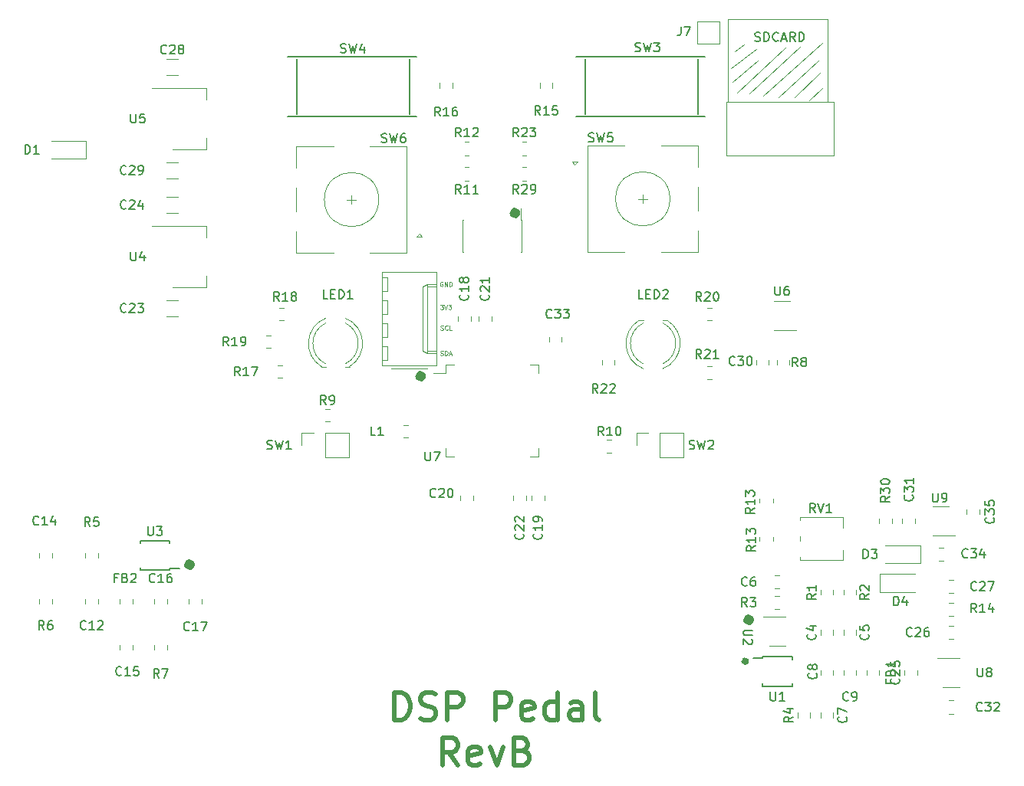
<source format=gbr>
%TF.GenerationSoftware,KiCad,Pcbnew,(5.1.7-0-10_14)*%
%TF.CreationDate,2020-11-10T20:06:16+00:00*%
%TF.ProjectId,CirrusDspPedal,43697272-7573-4447-9370-506564616c2e,rev?*%
%TF.SameCoordinates,Original*%
%TF.FileFunction,Legend,Top*%
%TF.FilePolarity,Positive*%
%FSLAX46Y46*%
G04 Gerber Fmt 4.6, Leading zero omitted, Abs format (unit mm)*
G04 Created by KiCad (PCBNEW (5.1.7-0-10_14)) date 2020-11-10 20:06:16*
%MOMM*%
%LPD*%
G01*
G04 APERTURE LIST*
%ADD10C,0.100000*%
%ADD11C,0.120000*%
%ADD12C,1.000000*%
%ADD13C,0.500000*%
%ADD14C,0.700000*%
%ADD15C,0.150000*%
G04 APERTURE END LIST*
D10*
X142648857Y-92150380D02*
X142720285Y-92174190D01*
X142839333Y-92174190D01*
X142886952Y-92150380D01*
X142910761Y-92126571D01*
X142934571Y-92078952D01*
X142934571Y-92031333D01*
X142910761Y-91983714D01*
X142886952Y-91959904D01*
X142839333Y-91936095D01*
X142744095Y-91912285D01*
X142696476Y-91888476D01*
X142672666Y-91864666D01*
X142648857Y-91817047D01*
X142648857Y-91769428D01*
X142672666Y-91721809D01*
X142696476Y-91698000D01*
X142744095Y-91674190D01*
X142863142Y-91674190D01*
X142934571Y-91698000D01*
X143148857Y-92174190D02*
X143148857Y-91674190D01*
X143267904Y-91674190D01*
X143339333Y-91698000D01*
X143386952Y-91745619D01*
X143410761Y-91793238D01*
X143434571Y-91888476D01*
X143434571Y-91959904D01*
X143410761Y-92055142D01*
X143386952Y-92102761D01*
X143339333Y-92150380D01*
X143267904Y-92174190D01*
X143148857Y-92174190D01*
X143625047Y-92031333D02*
X143863142Y-92031333D01*
X143577428Y-92174190D02*
X143744095Y-91674190D01*
X143910761Y-92174190D01*
X142660761Y-89356380D02*
X142732190Y-89380190D01*
X142851238Y-89380190D01*
X142898857Y-89356380D01*
X142922666Y-89332571D01*
X142946476Y-89284952D01*
X142946476Y-89237333D01*
X142922666Y-89189714D01*
X142898857Y-89165904D01*
X142851238Y-89142095D01*
X142756000Y-89118285D01*
X142708380Y-89094476D01*
X142684571Y-89070666D01*
X142660761Y-89023047D01*
X142660761Y-88975428D01*
X142684571Y-88927809D01*
X142708380Y-88904000D01*
X142756000Y-88880190D01*
X142875047Y-88880190D01*
X142946476Y-88904000D01*
X143446476Y-89332571D02*
X143422666Y-89356380D01*
X143351238Y-89380190D01*
X143303619Y-89380190D01*
X143232190Y-89356380D01*
X143184571Y-89308761D01*
X143160761Y-89261142D01*
X143136952Y-89165904D01*
X143136952Y-89094476D01*
X143160761Y-88999238D01*
X143184571Y-88951619D01*
X143232190Y-88904000D01*
X143303619Y-88880190D01*
X143351238Y-88880190D01*
X143422666Y-88904000D01*
X143446476Y-88927809D01*
X143898857Y-89380190D02*
X143660761Y-89380190D01*
X143660761Y-88880190D01*
X142636952Y-86594190D02*
X142946476Y-86594190D01*
X142779809Y-86784666D01*
X142851238Y-86784666D01*
X142898857Y-86808476D01*
X142922666Y-86832285D01*
X142946476Y-86879904D01*
X142946476Y-86998952D01*
X142922666Y-87046571D01*
X142898857Y-87070380D01*
X142851238Y-87094190D01*
X142708380Y-87094190D01*
X142660761Y-87070380D01*
X142636952Y-87046571D01*
X143089333Y-86594190D02*
X143256000Y-87094190D01*
X143422666Y-86594190D01*
X143541714Y-86594190D02*
X143851238Y-86594190D01*
X143684571Y-86784666D01*
X143756000Y-86784666D01*
X143803619Y-86808476D01*
X143827428Y-86832285D01*
X143851238Y-86879904D01*
X143851238Y-86998952D01*
X143827428Y-87046571D01*
X143803619Y-87070380D01*
X143756000Y-87094190D01*
X143613142Y-87094190D01*
X143565523Y-87070380D01*
X143541714Y-87046571D01*
X142875047Y-84078000D02*
X142827428Y-84054190D01*
X142756000Y-84054190D01*
X142684571Y-84078000D01*
X142636952Y-84125619D01*
X142613142Y-84173238D01*
X142589333Y-84268476D01*
X142589333Y-84339904D01*
X142613142Y-84435142D01*
X142636952Y-84482761D01*
X142684571Y-84530380D01*
X142756000Y-84554190D01*
X142803619Y-84554190D01*
X142875047Y-84530380D01*
X142898857Y-84506571D01*
X142898857Y-84339904D01*
X142803619Y-84339904D01*
X143113142Y-84554190D02*
X143113142Y-84054190D01*
X143398857Y-84554190D01*
X143398857Y-84054190D01*
X143636952Y-84554190D02*
X143636952Y-84054190D01*
X143756000Y-84054190D01*
X143827428Y-84078000D01*
X143875047Y-84125619D01*
X143898857Y-84173238D01*
X143922666Y-84268476D01*
X143922666Y-84339904D01*
X143898857Y-84435142D01*
X143875047Y-84482761D01*
X143827428Y-84530380D01*
X143756000Y-84554190D01*
X143636952Y-84554190D01*
D11*
X175133000Y-58547000D02*
X176149000Y-57785000D01*
X174752000Y-60452000D02*
X177546000Y-58293000D01*
X174879000Y-61976000D02*
X177673000Y-59563000D01*
X175387000Y-63119000D02*
X180721000Y-58166000D01*
X176784000Y-63246000D02*
X182372000Y-58039000D01*
X178308000Y-63500000D02*
X184785000Y-57658000D01*
X179959000Y-63627000D02*
X184404000Y-59563000D01*
X181737000Y-63627000D02*
X184531000Y-60960000D01*
X183388000Y-64008000D02*
X184785000Y-62611000D01*
X185420000Y-54991000D02*
X185420000Y-64135000D01*
X174371000Y-54991000D02*
X185420000Y-54991000D01*
X174371000Y-64135000D02*
X174371000Y-54991000D01*
D12*
X176757000Y-121412000D02*
G75*
G03*
X176757000Y-121412000I-100000J0D01*
G01*
D13*
X137574285Y-132461142D02*
X137574285Y-129461142D01*
X138288571Y-129461142D01*
X138717142Y-129604000D01*
X139002857Y-129889714D01*
X139145714Y-130175428D01*
X139288571Y-130746857D01*
X139288571Y-131175428D01*
X139145714Y-131746857D01*
X139002857Y-132032571D01*
X138717142Y-132318285D01*
X138288571Y-132461142D01*
X137574285Y-132461142D01*
X140431428Y-132318285D02*
X140860000Y-132461142D01*
X141574285Y-132461142D01*
X141860000Y-132318285D01*
X142002857Y-132175428D01*
X142145714Y-131889714D01*
X142145714Y-131604000D01*
X142002857Y-131318285D01*
X141860000Y-131175428D01*
X141574285Y-131032571D01*
X141002857Y-130889714D01*
X140717142Y-130746857D01*
X140574285Y-130604000D01*
X140431428Y-130318285D01*
X140431428Y-130032571D01*
X140574285Y-129746857D01*
X140717142Y-129604000D01*
X141002857Y-129461142D01*
X141717142Y-129461142D01*
X142145714Y-129604000D01*
X143431428Y-132461142D02*
X143431428Y-129461142D01*
X144574285Y-129461142D01*
X144860000Y-129604000D01*
X145002857Y-129746857D01*
X145145714Y-130032571D01*
X145145714Y-130461142D01*
X145002857Y-130746857D01*
X144860000Y-130889714D01*
X144574285Y-131032571D01*
X143431428Y-131032571D01*
X148717142Y-132461142D02*
X148717142Y-129461142D01*
X149860000Y-129461142D01*
X150145714Y-129604000D01*
X150288571Y-129746857D01*
X150431428Y-130032571D01*
X150431428Y-130461142D01*
X150288571Y-130746857D01*
X150145714Y-130889714D01*
X149860000Y-131032571D01*
X148717142Y-131032571D01*
X152860000Y-132318285D02*
X152574285Y-132461142D01*
X152002857Y-132461142D01*
X151717142Y-132318285D01*
X151574285Y-132032571D01*
X151574285Y-130889714D01*
X151717142Y-130604000D01*
X152002857Y-130461142D01*
X152574285Y-130461142D01*
X152860000Y-130604000D01*
X153002857Y-130889714D01*
X153002857Y-131175428D01*
X151574285Y-131461142D01*
X155574285Y-132461142D02*
X155574285Y-129461142D01*
X155574285Y-132318285D02*
X155288571Y-132461142D01*
X154717142Y-132461142D01*
X154431428Y-132318285D01*
X154288571Y-132175428D01*
X154145714Y-131889714D01*
X154145714Y-131032571D01*
X154288571Y-130746857D01*
X154431428Y-130604000D01*
X154717142Y-130461142D01*
X155288571Y-130461142D01*
X155574285Y-130604000D01*
X158288571Y-132461142D02*
X158288571Y-130889714D01*
X158145714Y-130604000D01*
X157860000Y-130461142D01*
X157288571Y-130461142D01*
X157002857Y-130604000D01*
X158288571Y-132318285D02*
X158002857Y-132461142D01*
X157288571Y-132461142D01*
X157002857Y-132318285D01*
X156860000Y-132032571D01*
X156860000Y-131746857D01*
X157002857Y-131461142D01*
X157288571Y-131318285D01*
X158002857Y-131318285D01*
X158288571Y-131175428D01*
X160145714Y-132461142D02*
X159860000Y-132318285D01*
X159717142Y-132032571D01*
X159717142Y-129461142D01*
X144574285Y-137461142D02*
X143574285Y-136032571D01*
X142860000Y-137461142D02*
X142860000Y-134461142D01*
X144002857Y-134461142D01*
X144288571Y-134604000D01*
X144431428Y-134746857D01*
X144574285Y-135032571D01*
X144574285Y-135461142D01*
X144431428Y-135746857D01*
X144288571Y-135889714D01*
X144002857Y-136032571D01*
X142860000Y-136032571D01*
X147002857Y-137318285D02*
X146717142Y-137461142D01*
X146145714Y-137461142D01*
X145860000Y-137318285D01*
X145717142Y-137032571D01*
X145717142Y-135889714D01*
X145860000Y-135604000D01*
X146145714Y-135461142D01*
X146717142Y-135461142D01*
X147002857Y-135604000D01*
X147145714Y-135889714D01*
X147145714Y-136175428D01*
X145717142Y-136461142D01*
X148145714Y-135461142D02*
X148860000Y-137461142D01*
X149574285Y-135461142D01*
X151717142Y-135889714D02*
X152145714Y-136032571D01*
X152288571Y-136175428D01*
X152431428Y-136461142D01*
X152431428Y-136889714D01*
X152288571Y-137175428D01*
X152145714Y-137318285D01*
X151860000Y-137461142D01*
X150717142Y-137461142D01*
X150717142Y-134461142D01*
X151717142Y-134461142D01*
X152002857Y-134604000D01*
X152145714Y-134746857D01*
X152288571Y-135032571D01*
X152288571Y-135318285D01*
X152145714Y-135604000D01*
X152002857Y-135746857D01*
X151717142Y-135889714D01*
X150717142Y-135889714D01*
D12*
X115035000Y-115316000D02*
G75*
G03*
X115035000Y-115316000I-100000J0D01*
G01*
D14*
X176376000Y-125984000D02*
G75*
G03*
X176376000Y-125984000I-100000J0D01*
G01*
D12*
X150976000Y-76454000D02*
G75*
G03*
X150976000Y-76454000I-100000J0D01*
G01*
X140562000Y-94488000D02*
G75*
G03*
X140562000Y-94488000I-100000J0D01*
G01*
D11*
%TO.C,D4*%
X191171000Y-116348000D02*
X195071000Y-116348000D01*
X191171000Y-118348000D02*
X195071000Y-118348000D01*
X191171000Y-116348000D02*
X191171000Y-118348000D01*
%TO.C,D3*%
X195671000Y-115173000D02*
X191771000Y-115173000D01*
X195671000Y-113173000D02*
X191771000Y-113173000D01*
X195671000Y-115173000D02*
X195671000Y-113173000D01*
%TO.C,RV1*%
X182351500Y-110418500D02*
X182351500Y-110088500D01*
X182351500Y-114828500D02*
X182351500Y-114497500D01*
X182351500Y-112717500D02*
X182351500Y-112198500D01*
X187091500Y-114828500D02*
X187091500Y-113698500D01*
X187091500Y-111218500D02*
X187091500Y-110088500D01*
X182351500Y-114828500D02*
X187091500Y-114828500D01*
X182351500Y-110088500D02*
X187091500Y-110088500D01*
%TO.C,R13*%
X179360500Y-112231436D02*
X179360500Y-112685564D01*
X177890500Y-112231436D02*
X177890500Y-112685564D01*
%TO.C,C35*%
X202157000Y-109735252D02*
X202157000Y-109212748D01*
X200687000Y-109735252D02*
X200687000Y-109212748D01*
%TO.C,C34*%
X197668248Y-114908000D02*
X198190752Y-114908000D01*
X197668248Y-113438000D02*
X198190752Y-113438000D01*
%TO.C,C32*%
X198747748Y-131799000D02*
X199270252Y-131799000D01*
X198747748Y-130329000D02*
X199270252Y-130329000D01*
%TO.C,U9*%
X196966000Y-112100000D02*
X199416000Y-112100000D01*
X198766000Y-108880000D02*
X196966000Y-108880000D01*
%TO.C,U8*%
X199909000Y-125644000D02*
X197459000Y-125644000D01*
X198109000Y-128864000D02*
X199909000Y-128864000D01*
%TO.C,R30*%
X192505000Y-110717064D02*
X192505000Y-110262936D01*
X191035000Y-110717064D02*
X191035000Y-110262936D01*
%TO.C,R14*%
X199236064Y-119534000D02*
X198781936Y-119534000D01*
X199236064Y-121004000D02*
X198781936Y-121004000D01*
%TO.C,R13*%
X179360500Y-108494564D02*
X179360500Y-108040436D01*
X177890500Y-108494564D02*
X177890500Y-108040436D01*
%TO.C,C31*%
X195045000Y-110751252D02*
X195045000Y-110228748D01*
X193575000Y-110751252D02*
X193575000Y-110228748D01*
%TO.C,C27*%
X199270252Y-116994000D02*
X198747748Y-116994000D01*
X199270252Y-118464000D02*
X198747748Y-118464000D01*
%TO.C,C26*%
X198747748Y-123544000D02*
X199270252Y-123544000D01*
X198747748Y-122074000D02*
X199270252Y-122074000D01*
%TO.C,C25*%
X195299000Y-127515252D02*
X195299000Y-126992748D01*
X193829000Y-127515252D02*
X193829000Y-126992748D01*
%TO.C,C7*%
X186003000Y-132214252D02*
X186003000Y-131691748D01*
X184583000Y-132214252D02*
X184583000Y-131691748D01*
%TO.C,J6*%
X186029600Y-64185800D02*
X174244000Y-64185800D01*
X174244000Y-64185800D02*
X174244000Y-70078600D01*
X186029600Y-70078600D02*
X174244000Y-70078600D01*
X186029600Y-64185800D02*
X186029600Y-70078600D01*
%TO.C,U4*%
X110835000Y-77870000D02*
X116845000Y-77870000D01*
X113085000Y-84690000D02*
X116845000Y-84690000D01*
X116845000Y-77870000D02*
X116845000Y-79130000D01*
X116845000Y-84690000D02*
X116845000Y-83430000D01*
%TO.C,J8*%
X136762000Y-83528000D02*
X136162000Y-83528000D01*
X136762000Y-85128000D02*
X136762000Y-83528000D01*
X136162000Y-85128000D02*
X136762000Y-85128000D01*
X136762000Y-86068000D02*
X136162000Y-86068000D01*
X136762000Y-87668000D02*
X136762000Y-86068000D01*
X136162000Y-87668000D02*
X136762000Y-87668000D01*
X136762000Y-88608000D02*
X136162000Y-88608000D01*
X136762000Y-90208000D02*
X136762000Y-88608000D01*
X136162000Y-90208000D02*
X136762000Y-90208000D01*
X136762000Y-91148000D02*
X136162000Y-91148000D01*
X136762000Y-92748000D02*
X136762000Y-91148000D01*
X136162000Y-92748000D02*
X136762000Y-92748000D01*
X142182000Y-84578000D02*
X141182000Y-84578000D01*
X142182000Y-91698000D02*
X141182000Y-91698000D01*
X140652000Y-84578000D02*
X141182000Y-84328000D01*
X140652000Y-91698000D02*
X140652000Y-84578000D01*
X141182000Y-91948000D02*
X140652000Y-91698000D01*
X141182000Y-84328000D02*
X142182000Y-84328000D01*
X141182000Y-91948000D02*
X141182000Y-84328000D01*
X142182000Y-91948000D02*
X141182000Y-91948000D01*
X137192000Y-93618000D02*
X141192000Y-93618000D01*
X136162000Y-82948000D02*
X136162000Y-93328000D01*
X142182000Y-82948000D02*
X136162000Y-82948000D01*
X142182000Y-93328000D02*
X142182000Y-82948000D01*
X136162000Y-93328000D02*
X142182000Y-93328000D01*
%TO.C,U7*%
X143226000Y-94138000D02*
X141886000Y-94138000D01*
X143226000Y-93188000D02*
X143226000Y-94138000D01*
X144176000Y-93188000D02*
X143226000Y-93188000D01*
X153446000Y-93188000D02*
X153446000Y-94138000D01*
X152496000Y-93188000D02*
X153446000Y-93188000D01*
X143226000Y-103408000D02*
X143226000Y-102458000D01*
X144176000Y-103408000D02*
X143226000Y-103408000D01*
X153446000Y-103408000D02*
X153446000Y-102458000D01*
X152496000Y-103408000D02*
X153446000Y-103408000D01*
%TO.C,SW6*%
X133335000Y-74970000D02*
X132335000Y-74970000D01*
X132835000Y-75470000D02*
X132835000Y-74470000D01*
X126735000Y-71470000D02*
X126735000Y-69070000D01*
X126735000Y-76270000D02*
X126735000Y-73670000D01*
X126735000Y-80870000D02*
X126735000Y-78470000D01*
X140035000Y-79070000D02*
X140335000Y-78770000D01*
X140635000Y-79070000D02*
X140035000Y-79070000D01*
X140335000Y-78770000D02*
X140635000Y-79070000D01*
X138935000Y-80870000D02*
X138935000Y-69070000D01*
X134835000Y-80870000D02*
X138935000Y-80870000D01*
X134835000Y-69070000D02*
X138935000Y-69070000D01*
X126735000Y-69070000D02*
X130835000Y-69070000D01*
X130835000Y-80870000D02*
X126735000Y-80870000D01*
X135835000Y-74970000D02*
G75*
G03*
X135835000Y-74970000I-3000000J0D01*
G01*
%TO.C,SW5*%
X164480000Y-74890000D02*
X165480000Y-74890000D01*
X164980000Y-74390000D02*
X164980000Y-75390000D01*
X171080000Y-78390000D02*
X171080000Y-80790000D01*
X171080000Y-73590000D02*
X171080000Y-76190000D01*
X171080000Y-68990000D02*
X171080000Y-71390000D01*
X157780000Y-70790000D02*
X157480000Y-71090000D01*
X157180000Y-70790000D02*
X157780000Y-70790000D01*
X157480000Y-71090000D02*
X157180000Y-70790000D01*
X158880000Y-68990000D02*
X158880000Y-80790000D01*
X162980000Y-68990000D02*
X158880000Y-68990000D01*
X162980000Y-80790000D02*
X158880000Y-80790000D01*
X171080000Y-80790000D02*
X166980000Y-80790000D01*
X166980000Y-68990000D02*
X171080000Y-68990000D01*
X167980000Y-74890000D02*
G75*
G03*
X167980000Y-74890000I-3000000J0D01*
G01*
%TO.C,R29*%
X151664936Y-71401000D02*
X152119064Y-71401000D01*
X151664936Y-72871000D02*
X152119064Y-72871000D01*
%TO.C,R23*%
X151664936Y-68607000D02*
X152119064Y-68607000D01*
X151664936Y-70077000D02*
X152119064Y-70077000D01*
%TO.C,R12*%
X145769064Y-70077000D02*
X145314936Y-70077000D01*
X145769064Y-68607000D02*
X145314936Y-68607000D01*
%TO.C,R11*%
X145769064Y-72871000D02*
X145314936Y-72871000D01*
X145769064Y-71401000D02*
X145314936Y-71401000D01*
%TO.C,J7*%
X171012000Y-55315000D02*
X173412000Y-55315000D01*
X173412000Y-55315000D02*
X173412000Y-57715000D01*
X173412000Y-57715000D02*
X171012000Y-57715000D01*
X171012000Y-57715000D02*
X171012000Y-55315000D01*
%TO.C,C24*%
X113632064Y-74655000D02*
X112427936Y-74655000D01*
X113632064Y-76475000D02*
X112427936Y-76475000D01*
%TO.C,C23*%
X112427936Y-87905000D02*
X113632064Y-87905000D01*
X112427936Y-86085000D02*
X113632064Y-86085000D01*
%TO.C,U5*%
X110835000Y-62630000D02*
X116845000Y-62630000D01*
X113085000Y-69450000D02*
X116845000Y-69450000D01*
X116845000Y-62630000D02*
X116845000Y-63890000D01*
X116845000Y-69450000D02*
X116845000Y-68190000D01*
%TO.C,LED1*%
X129519000Y-93428500D02*
X129984000Y-93428500D01*
X132144000Y-93428500D02*
X132609000Y-93428500D01*
X132144429Y-88614021D02*
G75*
G02*
X132144000Y-93123184I-1080429J-2254479D01*
G01*
X129983571Y-88614021D02*
G75*
G03*
X129984000Y-93123184I1080429J-2254479D01*
G01*
X132144827Y-88080685D02*
G75*
G02*
X132608830Y-93428500I-1080827J-2787815D01*
G01*
X129983173Y-88080685D02*
G75*
G03*
X129519170Y-93428500I1080827J-2787815D01*
G01*
%TO.C,LED2*%
X167661000Y-88308500D02*
X167196000Y-88308500D01*
X165036000Y-88308500D02*
X164571000Y-88308500D01*
X165035571Y-93122979D02*
G75*
G02*
X165036000Y-88613816I1080429J2254479D01*
G01*
X167196429Y-93122979D02*
G75*
G03*
X167196000Y-88613816I-1080429J2254479D01*
G01*
X165035173Y-93656315D02*
G75*
G02*
X164571170Y-88308500I1080827J2787815D01*
G01*
X167196827Y-93656315D02*
G75*
G03*
X167660830Y-88308500I-1080827J2787815D01*
G01*
%TO.C,J3*%
X145166000Y-80759000D02*
X145101000Y-80759000D01*
X145166000Y-77229000D02*
X145101000Y-77229000D01*
X151571000Y-80759000D02*
X151506000Y-80759000D01*
X151571000Y-77229000D02*
X151506000Y-77229000D01*
X151506000Y-75904000D02*
X151506000Y-77229000D01*
X145101000Y-77229000D02*
X145101000Y-80759000D01*
X151571000Y-77229000D02*
X151571000Y-80759000D01*
%TO.C,U6*%
X179440000Y-89367000D02*
X181890000Y-89367000D01*
X181240000Y-86147000D02*
X179440000Y-86147000D01*
D15*
%TO.C,U3*%
X112750000Y-115750000D02*
X113825000Y-115750000D01*
X112750000Y-112675000D02*
X109500000Y-112675000D01*
X112750000Y-115925000D02*
X109500000Y-115925000D01*
X112750000Y-112675000D02*
X112750000Y-112950000D01*
X109500000Y-112675000D02*
X109500000Y-112950000D01*
X109500000Y-115925000D02*
X109500000Y-115650000D01*
X112750000Y-115925000D02*
X112750000Y-115750000D01*
D11*
%TO.C,U2*%
X180732000Y-121072000D02*
X178282000Y-121072000D01*
X178932000Y-124292000D02*
X180732000Y-124292000D01*
D15*
%TO.C,U1*%
X178207000Y-125677000D02*
X177132000Y-125677000D01*
X178207000Y-128752000D02*
X181457000Y-128752000D01*
X178207000Y-125502000D02*
X181457000Y-125502000D01*
X178207000Y-128752000D02*
X178207000Y-128477000D01*
X181457000Y-128752000D02*
X181457000Y-128477000D01*
X181457000Y-125502000D02*
X181457000Y-125777000D01*
X178207000Y-125502000D02*
X178207000Y-125677000D01*
%TO.C,SW4*%
X125773000Y-59182000D02*
X139997000Y-59182000D01*
X139997000Y-65786000D02*
X125773000Y-65786000D01*
X126789000Y-65532000D02*
X126789000Y-59436000D01*
X139235000Y-65532000D02*
X139235000Y-59436000D01*
%TO.C,SW3*%
X157653000Y-59182000D02*
X171877000Y-59182000D01*
X171877000Y-65786000D02*
X157653000Y-65786000D01*
X158669000Y-65532000D02*
X158669000Y-59436000D01*
X171115000Y-65532000D02*
X171115000Y-59436000D01*
D11*
%TO.C,SW2*%
X164278000Y-102108000D02*
X164278000Y-100778000D01*
X164278000Y-100778000D02*
X165608000Y-100778000D01*
X166878000Y-100778000D02*
X169478000Y-100778000D01*
X169478000Y-103438000D02*
X169478000Y-100778000D01*
X166878000Y-103438000D02*
X169478000Y-103438000D01*
X166878000Y-103438000D02*
X166878000Y-100778000D01*
%TO.C,SW1*%
X127321000Y-102108000D02*
X127321000Y-100778000D01*
X127321000Y-100778000D02*
X128651000Y-100778000D01*
X129921000Y-100778000D02*
X132521000Y-100778000D01*
X132521000Y-103438000D02*
X132521000Y-100778000D01*
X129921000Y-103438000D02*
X132521000Y-103438000D01*
X129921000Y-103438000D02*
X129921000Y-100778000D01*
%TO.C,R22*%
X160453000Y-92702748D02*
X160453000Y-93225252D01*
X161873000Y-92702748D02*
X161873000Y-93225252D01*
%TO.C,R21*%
X172077748Y-94817000D02*
X172600252Y-94817000D01*
X172077748Y-93397000D02*
X172600252Y-93397000D01*
%TO.C,R20*%
X172077748Y-88340000D02*
X172600252Y-88340000D01*
X172077748Y-86920000D02*
X172600252Y-86920000D01*
%TO.C,R19*%
X123959252Y-89968000D02*
X123436748Y-89968000D01*
X123959252Y-91388000D02*
X123436748Y-91388000D01*
%TO.C,R18*%
X125356252Y-86920000D02*
X124833748Y-86920000D01*
X125356252Y-88340000D02*
X124833748Y-88340000D01*
%TO.C,R17*%
X125229252Y-93270000D02*
X124706748Y-93270000D01*
X125229252Y-94690000D02*
X124706748Y-94690000D01*
%TO.C,R16*%
X142546000Y-62095748D02*
X142546000Y-62618252D01*
X143966000Y-62095748D02*
X143966000Y-62618252D01*
%TO.C,R15*%
X153595000Y-62095748D02*
X153595000Y-62618252D01*
X155015000Y-62095748D02*
X155015000Y-62618252D01*
%TO.C,R10*%
X161028748Y-102945000D02*
X161551252Y-102945000D01*
X161028748Y-101525000D02*
X161551252Y-101525000D01*
%TO.C,R9*%
X129913748Y-99516000D02*
X130436252Y-99516000D01*
X129913748Y-98096000D02*
X130436252Y-98096000D01*
%TO.C,R8*%
X181177000Y-93225252D02*
X181177000Y-92702748D01*
X179757000Y-93225252D02*
X179757000Y-92702748D01*
%TO.C,R7*%
X111050000Y-124198748D02*
X111050000Y-124721252D01*
X112470000Y-124198748D02*
X112470000Y-124721252D01*
%TO.C,R6*%
X98350000Y-119118748D02*
X98350000Y-119641252D01*
X99770000Y-119118748D02*
X99770000Y-119641252D01*
%TO.C,R5*%
X104850000Y-114561252D02*
X104850000Y-114038748D01*
X103430000Y-114561252D02*
X103430000Y-114038748D01*
%TO.C,R4*%
X182043000Y-131691748D02*
X182043000Y-132214252D01*
X183463000Y-131691748D02*
X183463000Y-132214252D01*
%TO.C,R3*%
X180093252Y-118797000D02*
X179570748Y-118797000D01*
X180093252Y-120217000D02*
X179570748Y-120217000D01*
%TO.C,R2*%
X187123000Y-118102748D02*
X187123000Y-118625252D01*
X188543000Y-118102748D02*
X188543000Y-118625252D01*
%TO.C,R1*%
X186003000Y-118625252D02*
X186003000Y-118102748D01*
X184583000Y-118625252D02*
X184583000Y-118102748D01*
%TO.C,L1*%
X138549748Y-101294000D02*
X139072252Y-101294000D01*
X138549748Y-99874000D02*
X139072252Y-99874000D01*
%TO.C,FB2*%
X107240000Y-119118748D02*
X107240000Y-119641252D01*
X108660000Y-119118748D02*
X108660000Y-119641252D01*
%TO.C,FB1*%
X189663000Y-126992748D02*
X189663000Y-127515252D01*
X191083000Y-126992748D02*
X191083000Y-127515252D01*
%TO.C,D1*%
X103546000Y-70469000D02*
X99696000Y-70469000D01*
X103546000Y-68469000D02*
X99696000Y-68469000D01*
X103546000Y-70469000D02*
X103546000Y-68469000D01*
%TO.C,C33*%
X154611000Y-90162748D02*
X154611000Y-90685252D01*
X156031000Y-90162748D02*
X156031000Y-90685252D01*
%TO.C,C30*%
X177471000Y-92702748D02*
X177471000Y-93225252D01*
X178891000Y-92702748D02*
X178891000Y-93225252D01*
%TO.C,C29*%
X112427936Y-72665000D02*
X113632064Y-72665000D01*
X112427936Y-70845000D02*
X113632064Y-70845000D01*
%TO.C,C28*%
X112427936Y-61235000D02*
X113632064Y-61235000D01*
X112427936Y-59415000D02*
X113632064Y-59415000D01*
%TO.C,C22*%
X152094000Y-108211252D02*
X152094000Y-107688748D01*
X150674000Y-108211252D02*
X150674000Y-107688748D01*
%TO.C,C21*%
X148284000Y-88399252D02*
X148284000Y-87876748D01*
X146864000Y-88399252D02*
X146864000Y-87876748D01*
%TO.C,C20*%
X144832000Y-107688748D02*
X144832000Y-108211252D01*
X146252000Y-107688748D02*
X146252000Y-108211252D01*
%TO.C,C19*%
X152706000Y-107688748D02*
X152706000Y-108211252D01*
X154126000Y-107688748D02*
X154126000Y-108211252D01*
%TO.C,C18*%
X145998000Y-88399252D02*
X145998000Y-87876748D01*
X144578000Y-88399252D02*
X144578000Y-87876748D01*
%TO.C,C17*%
X114860000Y-119118748D02*
X114860000Y-119641252D01*
X116280000Y-119118748D02*
X116280000Y-119641252D01*
%TO.C,C16*%
X111050000Y-119118748D02*
X111050000Y-119641252D01*
X112470000Y-119118748D02*
X112470000Y-119641252D01*
%TO.C,C15*%
X107240000Y-124198748D02*
X107240000Y-124721252D01*
X108660000Y-124198748D02*
X108660000Y-124721252D01*
%TO.C,C14*%
X98350000Y-114038748D02*
X98350000Y-114561252D01*
X99770000Y-114038748D02*
X99770000Y-114561252D01*
%TO.C,C12*%
X103430000Y-119118748D02*
X103430000Y-119641252D01*
X104850000Y-119118748D02*
X104850000Y-119641252D01*
%TO.C,C9*%
X187123000Y-126992748D02*
X187123000Y-127515252D01*
X188543000Y-126992748D02*
X188543000Y-127515252D01*
%TO.C,C8*%
X184583000Y-126992748D02*
X184583000Y-127515252D01*
X186003000Y-126992748D02*
X186003000Y-127515252D01*
%TO.C,C6*%
X179570748Y-117931000D02*
X180093252Y-117931000D01*
X179570748Y-116511000D02*
X180093252Y-116511000D01*
%TO.C,C5*%
X187123000Y-122547748D02*
X187123000Y-123070252D01*
X188543000Y-122547748D02*
X188543000Y-123070252D01*
%TO.C,C4*%
X186003000Y-123070252D02*
X186003000Y-122547748D01*
X184583000Y-123070252D02*
X184583000Y-122547748D01*
%TO.C,D4*%
D15*
X192682904Y-119832380D02*
X192682904Y-118832380D01*
X192921000Y-118832380D01*
X193063857Y-118880000D01*
X193159095Y-118975238D01*
X193206714Y-119070476D01*
X193254333Y-119260952D01*
X193254333Y-119403809D01*
X193206714Y-119594285D01*
X193159095Y-119689523D01*
X193063857Y-119784761D01*
X192921000Y-119832380D01*
X192682904Y-119832380D01*
X194111476Y-119165714D02*
X194111476Y-119832380D01*
X193873380Y-118784761D02*
X193635285Y-119499047D01*
X194254333Y-119499047D01*
%TO.C,D3*%
X189317404Y-114625380D02*
X189317404Y-113625380D01*
X189555500Y-113625380D01*
X189698357Y-113673000D01*
X189793595Y-113768238D01*
X189841214Y-113863476D01*
X189888833Y-114053952D01*
X189888833Y-114196809D01*
X189841214Y-114387285D01*
X189793595Y-114482523D01*
X189698357Y-114577761D01*
X189555500Y-114625380D01*
X189317404Y-114625380D01*
X190222166Y-113625380D02*
X190841214Y-113625380D01*
X190507880Y-114006333D01*
X190650738Y-114006333D01*
X190745976Y-114053952D01*
X190793595Y-114101571D01*
X190841214Y-114196809D01*
X190841214Y-114434904D01*
X190793595Y-114530142D01*
X190745976Y-114577761D01*
X190650738Y-114625380D01*
X190365023Y-114625380D01*
X190269785Y-114577761D01*
X190222166Y-114530142D01*
%TO.C,RV1*%
X183999261Y-109545380D02*
X183665928Y-109069190D01*
X183427833Y-109545380D02*
X183427833Y-108545380D01*
X183808785Y-108545380D01*
X183904023Y-108593000D01*
X183951642Y-108640619D01*
X183999261Y-108735857D01*
X183999261Y-108878714D01*
X183951642Y-108973952D01*
X183904023Y-109021571D01*
X183808785Y-109069190D01*
X183427833Y-109069190D01*
X184284976Y-108545380D02*
X184618309Y-109545380D01*
X184951642Y-108545380D01*
X185808785Y-109545380D02*
X185237357Y-109545380D01*
X185523071Y-109545380D02*
X185523071Y-108545380D01*
X185427833Y-108688238D01*
X185332595Y-108783476D01*
X185237357Y-108831095D01*
%TO.C,R13*%
X177426880Y-113228357D02*
X176950690Y-113561690D01*
X177426880Y-113799785D02*
X176426880Y-113799785D01*
X176426880Y-113418833D01*
X176474500Y-113323595D01*
X176522119Y-113275976D01*
X176617357Y-113228357D01*
X176760214Y-113228357D01*
X176855452Y-113275976D01*
X176903071Y-113323595D01*
X176950690Y-113418833D01*
X176950690Y-113799785D01*
X177426880Y-112275976D02*
X177426880Y-112847404D01*
X177426880Y-112561690D02*
X176426880Y-112561690D01*
X176569738Y-112656928D01*
X176664976Y-112752166D01*
X176712595Y-112847404D01*
X176426880Y-111942642D02*
X176426880Y-111323595D01*
X176807833Y-111656928D01*
X176807833Y-111514071D01*
X176855452Y-111418833D01*
X176903071Y-111371214D01*
X176998309Y-111323595D01*
X177236404Y-111323595D01*
X177331642Y-111371214D01*
X177379261Y-111418833D01*
X177426880Y-111514071D01*
X177426880Y-111799785D01*
X177379261Y-111895023D01*
X177331642Y-111942642D01*
%TO.C,C35*%
X203684142Y-110116857D02*
X203731761Y-110164476D01*
X203779380Y-110307333D01*
X203779380Y-110402571D01*
X203731761Y-110545428D01*
X203636523Y-110640666D01*
X203541285Y-110688285D01*
X203350809Y-110735904D01*
X203207952Y-110735904D01*
X203017476Y-110688285D01*
X202922238Y-110640666D01*
X202827000Y-110545428D01*
X202779380Y-110402571D01*
X202779380Y-110307333D01*
X202827000Y-110164476D01*
X202874619Y-110116857D01*
X202779380Y-109783523D02*
X202779380Y-109164476D01*
X203160333Y-109497809D01*
X203160333Y-109354952D01*
X203207952Y-109259714D01*
X203255571Y-109212095D01*
X203350809Y-109164476D01*
X203588904Y-109164476D01*
X203684142Y-109212095D01*
X203731761Y-109259714D01*
X203779380Y-109354952D01*
X203779380Y-109640666D01*
X203731761Y-109735904D01*
X203684142Y-109783523D01*
X202779380Y-108259714D02*
X202779380Y-108735904D01*
X203255571Y-108783523D01*
X203207952Y-108735904D01*
X203160333Y-108640666D01*
X203160333Y-108402571D01*
X203207952Y-108307333D01*
X203255571Y-108259714D01*
X203350809Y-108212095D01*
X203588904Y-108212095D01*
X203684142Y-108259714D01*
X203731761Y-108307333D01*
X203779380Y-108402571D01*
X203779380Y-108640666D01*
X203731761Y-108735904D01*
X203684142Y-108783523D01*
%TO.C,C34*%
X200842642Y-114466642D02*
X200795023Y-114514261D01*
X200652166Y-114561880D01*
X200556928Y-114561880D01*
X200414071Y-114514261D01*
X200318833Y-114419023D01*
X200271214Y-114323785D01*
X200223595Y-114133309D01*
X200223595Y-113990452D01*
X200271214Y-113799976D01*
X200318833Y-113704738D01*
X200414071Y-113609500D01*
X200556928Y-113561880D01*
X200652166Y-113561880D01*
X200795023Y-113609500D01*
X200842642Y-113657119D01*
X201175976Y-113561880D02*
X201795023Y-113561880D01*
X201461690Y-113942833D01*
X201604547Y-113942833D01*
X201699785Y-113990452D01*
X201747404Y-114038071D01*
X201795023Y-114133309D01*
X201795023Y-114371404D01*
X201747404Y-114466642D01*
X201699785Y-114514261D01*
X201604547Y-114561880D01*
X201318833Y-114561880D01*
X201223595Y-114514261D01*
X201175976Y-114466642D01*
X202652166Y-113895214D02*
X202652166Y-114561880D01*
X202414071Y-113514261D02*
X202175976Y-114228547D01*
X202795023Y-114228547D01*
%TO.C,C32*%
X202430142Y-131421142D02*
X202382523Y-131468761D01*
X202239666Y-131516380D01*
X202144428Y-131516380D01*
X202001571Y-131468761D01*
X201906333Y-131373523D01*
X201858714Y-131278285D01*
X201811095Y-131087809D01*
X201811095Y-130944952D01*
X201858714Y-130754476D01*
X201906333Y-130659238D01*
X202001571Y-130564000D01*
X202144428Y-130516380D01*
X202239666Y-130516380D01*
X202382523Y-130564000D01*
X202430142Y-130611619D01*
X202763476Y-130516380D02*
X203382523Y-130516380D01*
X203049190Y-130897333D01*
X203192047Y-130897333D01*
X203287285Y-130944952D01*
X203334904Y-130992571D01*
X203382523Y-131087809D01*
X203382523Y-131325904D01*
X203334904Y-131421142D01*
X203287285Y-131468761D01*
X203192047Y-131516380D01*
X202906333Y-131516380D01*
X202811095Y-131468761D01*
X202763476Y-131421142D01*
X203763476Y-130611619D02*
X203811095Y-130564000D01*
X203906333Y-130516380D01*
X204144428Y-130516380D01*
X204239666Y-130564000D01*
X204287285Y-130611619D01*
X204334904Y-130706857D01*
X204334904Y-130802095D01*
X204287285Y-130944952D01*
X203715857Y-131516380D01*
X204334904Y-131516380D01*
%TO.C,U9*%
X196977095Y-107402380D02*
X196977095Y-108211904D01*
X197024714Y-108307142D01*
X197072333Y-108354761D01*
X197167571Y-108402380D01*
X197358047Y-108402380D01*
X197453285Y-108354761D01*
X197500904Y-108307142D01*
X197548523Y-108211904D01*
X197548523Y-107402380D01*
X198072333Y-108402380D02*
X198262809Y-108402380D01*
X198358047Y-108354761D01*
X198405666Y-108307142D01*
X198500904Y-108164285D01*
X198548523Y-107973809D01*
X198548523Y-107592857D01*
X198500904Y-107497619D01*
X198453285Y-107450000D01*
X198358047Y-107402380D01*
X198167571Y-107402380D01*
X198072333Y-107450000D01*
X198024714Y-107497619D01*
X197977095Y-107592857D01*
X197977095Y-107830952D01*
X198024714Y-107926190D01*
X198072333Y-107973809D01*
X198167571Y-108021428D01*
X198358047Y-108021428D01*
X198453285Y-107973809D01*
X198500904Y-107926190D01*
X198548523Y-107830952D01*
%TO.C,U8*%
X201930095Y-126706380D02*
X201930095Y-127515904D01*
X201977714Y-127611142D01*
X202025333Y-127658761D01*
X202120571Y-127706380D01*
X202311047Y-127706380D01*
X202406285Y-127658761D01*
X202453904Y-127611142D01*
X202501523Y-127515904D01*
X202501523Y-126706380D01*
X203120571Y-127134952D02*
X203025333Y-127087333D01*
X202977714Y-127039714D01*
X202930095Y-126944476D01*
X202930095Y-126896857D01*
X202977714Y-126801619D01*
X203025333Y-126754000D01*
X203120571Y-126706380D01*
X203311047Y-126706380D01*
X203406285Y-126754000D01*
X203453904Y-126801619D01*
X203501523Y-126896857D01*
X203501523Y-126944476D01*
X203453904Y-127039714D01*
X203406285Y-127087333D01*
X203311047Y-127134952D01*
X203120571Y-127134952D01*
X203025333Y-127182571D01*
X202977714Y-127230190D01*
X202930095Y-127325428D01*
X202930095Y-127515904D01*
X202977714Y-127611142D01*
X203025333Y-127658761D01*
X203120571Y-127706380D01*
X203311047Y-127706380D01*
X203406285Y-127658761D01*
X203453904Y-127611142D01*
X203501523Y-127515904D01*
X203501523Y-127325428D01*
X203453904Y-127230190D01*
X203406285Y-127182571D01*
X203311047Y-127134952D01*
%TO.C,R30*%
X192222380Y-107767357D02*
X191746190Y-108100690D01*
X192222380Y-108338785D02*
X191222380Y-108338785D01*
X191222380Y-107957833D01*
X191270000Y-107862595D01*
X191317619Y-107814976D01*
X191412857Y-107767357D01*
X191555714Y-107767357D01*
X191650952Y-107814976D01*
X191698571Y-107862595D01*
X191746190Y-107957833D01*
X191746190Y-108338785D01*
X191222380Y-107434023D02*
X191222380Y-106814976D01*
X191603333Y-107148309D01*
X191603333Y-107005452D01*
X191650952Y-106910214D01*
X191698571Y-106862595D01*
X191793809Y-106814976D01*
X192031904Y-106814976D01*
X192127142Y-106862595D01*
X192174761Y-106910214D01*
X192222380Y-107005452D01*
X192222380Y-107291166D01*
X192174761Y-107386404D01*
X192127142Y-107434023D01*
X191222380Y-106195928D02*
X191222380Y-106100690D01*
X191270000Y-106005452D01*
X191317619Y-105957833D01*
X191412857Y-105910214D01*
X191603333Y-105862595D01*
X191841428Y-105862595D01*
X192031904Y-105910214D01*
X192127142Y-105957833D01*
X192174761Y-106005452D01*
X192222380Y-106100690D01*
X192222380Y-106195928D01*
X192174761Y-106291166D01*
X192127142Y-106338785D01*
X192031904Y-106386404D01*
X191841428Y-106434023D01*
X191603333Y-106434023D01*
X191412857Y-106386404D01*
X191317619Y-106338785D01*
X191270000Y-106291166D01*
X191222380Y-106195928D01*
%TO.C,R14*%
X201795142Y-120594380D02*
X201461809Y-120118190D01*
X201223714Y-120594380D02*
X201223714Y-119594380D01*
X201604666Y-119594380D01*
X201699904Y-119642000D01*
X201747523Y-119689619D01*
X201795142Y-119784857D01*
X201795142Y-119927714D01*
X201747523Y-120022952D01*
X201699904Y-120070571D01*
X201604666Y-120118190D01*
X201223714Y-120118190D01*
X202747523Y-120594380D02*
X202176095Y-120594380D01*
X202461809Y-120594380D02*
X202461809Y-119594380D01*
X202366571Y-119737238D01*
X202271333Y-119832476D01*
X202176095Y-119880095D01*
X203604666Y-119927714D02*
X203604666Y-120594380D01*
X203366571Y-119546761D02*
X203128476Y-120261047D01*
X203747523Y-120261047D01*
%TO.C,R13*%
X177299880Y-109037357D02*
X176823690Y-109370690D01*
X177299880Y-109608785D02*
X176299880Y-109608785D01*
X176299880Y-109227833D01*
X176347500Y-109132595D01*
X176395119Y-109084976D01*
X176490357Y-109037357D01*
X176633214Y-109037357D01*
X176728452Y-109084976D01*
X176776071Y-109132595D01*
X176823690Y-109227833D01*
X176823690Y-109608785D01*
X177299880Y-108084976D02*
X177299880Y-108656404D01*
X177299880Y-108370690D02*
X176299880Y-108370690D01*
X176442738Y-108465928D01*
X176537976Y-108561166D01*
X176585595Y-108656404D01*
X176299880Y-107751642D02*
X176299880Y-107132595D01*
X176680833Y-107465928D01*
X176680833Y-107323071D01*
X176728452Y-107227833D01*
X176776071Y-107180214D01*
X176871309Y-107132595D01*
X177109404Y-107132595D01*
X177204642Y-107180214D01*
X177252261Y-107227833D01*
X177299880Y-107323071D01*
X177299880Y-107608785D01*
X177252261Y-107704023D01*
X177204642Y-107751642D01*
%TO.C,C31*%
X194730642Y-107640357D02*
X194778261Y-107687976D01*
X194825880Y-107830833D01*
X194825880Y-107926071D01*
X194778261Y-108068928D01*
X194683023Y-108164166D01*
X194587785Y-108211785D01*
X194397309Y-108259404D01*
X194254452Y-108259404D01*
X194063976Y-108211785D01*
X193968738Y-108164166D01*
X193873500Y-108068928D01*
X193825880Y-107926071D01*
X193825880Y-107830833D01*
X193873500Y-107687976D01*
X193921119Y-107640357D01*
X193825880Y-107307023D02*
X193825880Y-106687976D01*
X194206833Y-107021309D01*
X194206833Y-106878452D01*
X194254452Y-106783214D01*
X194302071Y-106735595D01*
X194397309Y-106687976D01*
X194635404Y-106687976D01*
X194730642Y-106735595D01*
X194778261Y-106783214D01*
X194825880Y-106878452D01*
X194825880Y-107164166D01*
X194778261Y-107259404D01*
X194730642Y-107307023D01*
X194825880Y-105735595D02*
X194825880Y-106307023D01*
X194825880Y-106021309D02*
X193825880Y-106021309D01*
X193968738Y-106116547D01*
X194063976Y-106211785D01*
X194111595Y-106307023D01*
%TO.C,C27*%
X201795142Y-118086142D02*
X201747523Y-118133761D01*
X201604666Y-118181380D01*
X201509428Y-118181380D01*
X201366571Y-118133761D01*
X201271333Y-118038523D01*
X201223714Y-117943285D01*
X201176095Y-117752809D01*
X201176095Y-117609952D01*
X201223714Y-117419476D01*
X201271333Y-117324238D01*
X201366571Y-117229000D01*
X201509428Y-117181380D01*
X201604666Y-117181380D01*
X201747523Y-117229000D01*
X201795142Y-117276619D01*
X202176095Y-117276619D02*
X202223714Y-117229000D01*
X202318952Y-117181380D01*
X202557047Y-117181380D01*
X202652285Y-117229000D01*
X202699904Y-117276619D01*
X202747523Y-117371857D01*
X202747523Y-117467095D01*
X202699904Y-117609952D01*
X202128476Y-118181380D01*
X202747523Y-118181380D01*
X203080857Y-117181380D02*
X203747523Y-117181380D01*
X203318952Y-118181380D01*
%TO.C,C26*%
X194683142Y-123166142D02*
X194635523Y-123213761D01*
X194492666Y-123261380D01*
X194397428Y-123261380D01*
X194254571Y-123213761D01*
X194159333Y-123118523D01*
X194111714Y-123023285D01*
X194064095Y-122832809D01*
X194064095Y-122689952D01*
X194111714Y-122499476D01*
X194159333Y-122404238D01*
X194254571Y-122309000D01*
X194397428Y-122261380D01*
X194492666Y-122261380D01*
X194635523Y-122309000D01*
X194683142Y-122356619D01*
X195064095Y-122356619D02*
X195111714Y-122309000D01*
X195206952Y-122261380D01*
X195445047Y-122261380D01*
X195540285Y-122309000D01*
X195587904Y-122356619D01*
X195635523Y-122451857D01*
X195635523Y-122547095D01*
X195587904Y-122689952D01*
X195016476Y-123261380D01*
X195635523Y-123261380D01*
X196492666Y-122261380D02*
X196302190Y-122261380D01*
X196206952Y-122309000D01*
X196159333Y-122356619D01*
X196064095Y-122499476D01*
X196016476Y-122689952D01*
X196016476Y-123070904D01*
X196064095Y-123166142D01*
X196111714Y-123213761D01*
X196206952Y-123261380D01*
X196397428Y-123261380D01*
X196492666Y-123213761D01*
X196540285Y-123166142D01*
X196587904Y-123070904D01*
X196587904Y-122832809D01*
X196540285Y-122737571D01*
X196492666Y-122689952D01*
X196397428Y-122642333D01*
X196206952Y-122642333D01*
X196111714Y-122689952D01*
X196064095Y-122737571D01*
X196016476Y-122832809D01*
%TO.C,C25*%
X193241142Y-127896857D02*
X193288761Y-127944476D01*
X193336380Y-128087333D01*
X193336380Y-128182571D01*
X193288761Y-128325428D01*
X193193523Y-128420666D01*
X193098285Y-128468285D01*
X192907809Y-128515904D01*
X192764952Y-128515904D01*
X192574476Y-128468285D01*
X192479238Y-128420666D01*
X192384000Y-128325428D01*
X192336380Y-128182571D01*
X192336380Y-128087333D01*
X192384000Y-127944476D01*
X192431619Y-127896857D01*
X192431619Y-127515904D02*
X192384000Y-127468285D01*
X192336380Y-127373047D01*
X192336380Y-127134952D01*
X192384000Y-127039714D01*
X192431619Y-126992095D01*
X192526857Y-126944476D01*
X192622095Y-126944476D01*
X192764952Y-126992095D01*
X193336380Y-127563523D01*
X193336380Y-126944476D01*
X192336380Y-126039714D02*
X192336380Y-126515904D01*
X192812571Y-126563523D01*
X192764952Y-126515904D01*
X192717333Y-126420666D01*
X192717333Y-126182571D01*
X192764952Y-126087333D01*
X192812571Y-126039714D01*
X192907809Y-125992095D01*
X193145904Y-125992095D01*
X193241142Y-126039714D01*
X193288761Y-126087333D01*
X193336380Y-126182571D01*
X193336380Y-126420666D01*
X193288761Y-126515904D01*
X193241142Y-126563523D01*
%TO.C,C7*%
X187428142Y-132119666D02*
X187475761Y-132167285D01*
X187523380Y-132310142D01*
X187523380Y-132405380D01*
X187475761Y-132548238D01*
X187380523Y-132643476D01*
X187285285Y-132691095D01*
X187094809Y-132738714D01*
X186951952Y-132738714D01*
X186761476Y-132691095D01*
X186666238Y-132643476D01*
X186571000Y-132548238D01*
X186523380Y-132405380D01*
X186523380Y-132310142D01*
X186571000Y-132167285D01*
X186618619Y-132119666D01*
X186523380Y-131786333D02*
X186523380Y-131119666D01*
X187523380Y-131548238D01*
%TO.C,J6*%
X177371714Y-57427761D02*
X177514571Y-57475380D01*
X177752666Y-57475380D01*
X177847904Y-57427761D01*
X177895523Y-57380142D01*
X177943142Y-57284904D01*
X177943142Y-57189666D01*
X177895523Y-57094428D01*
X177847904Y-57046809D01*
X177752666Y-56999190D01*
X177562190Y-56951571D01*
X177466952Y-56903952D01*
X177419333Y-56856333D01*
X177371714Y-56761095D01*
X177371714Y-56665857D01*
X177419333Y-56570619D01*
X177466952Y-56523000D01*
X177562190Y-56475380D01*
X177800285Y-56475380D01*
X177943142Y-56523000D01*
X178371714Y-57475380D02*
X178371714Y-56475380D01*
X178609809Y-56475380D01*
X178752666Y-56523000D01*
X178847904Y-56618238D01*
X178895523Y-56713476D01*
X178943142Y-56903952D01*
X178943142Y-57046809D01*
X178895523Y-57237285D01*
X178847904Y-57332523D01*
X178752666Y-57427761D01*
X178609809Y-57475380D01*
X178371714Y-57475380D01*
X179943142Y-57380142D02*
X179895523Y-57427761D01*
X179752666Y-57475380D01*
X179657428Y-57475380D01*
X179514571Y-57427761D01*
X179419333Y-57332523D01*
X179371714Y-57237285D01*
X179324095Y-57046809D01*
X179324095Y-56903952D01*
X179371714Y-56713476D01*
X179419333Y-56618238D01*
X179514571Y-56523000D01*
X179657428Y-56475380D01*
X179752666Y-56475380D01*
X179895523Y-56523000D01*
X179943142Y-56570619D01*
X180324095Y-57189666D02*
X180800285Y-57189666D01*
X180228857Y-57475380D02*
X180562190Y-56475380D01*
X180895523Y-57475380D01*
X181800285Y-57475380D02*
X181466952Y-56999190D01*
X181228857Y-57475380D02*
X181228857Y-56475380D01*
X181609809Y-56475380D01*
X181705047Y-56523000D01*
X181752666Y-56570619D01*
X181800285Y-56665857D01*
X181800285Y-56808714D01*
X181752666Y-56903952D01*
X181705047Y-56951571D01*
X181609809Y-56999190D01*
X181228857Y-56999190D01*
X182228857Y-57475380D02*
X182228857Y-56475380D01*
X182466952Y-56475380D01*
X182609809Y-56523000D01*
X182705047Y-56618238D01*
X182752666Y-56713476D01*
X182800285Y-56903952D01*
X182800285Y-57046809D01*
X182752666Y-57237285D01*
X182705047Y-57332523D01*
X182609809Y-57427761D01*
X182466952Y-57475380D01*
X182228857Y-57475380D01*
%TO.C,U4*%
X108458095Y-80732380D02*
X108458095Y-81541904D01*
X108505714Y-81637142D01*
X108553333Y-81684761D01*
X108648571Y-81732380D01*
X108839047Y-81732380D01*
X108934285Y-81684761D01*
X108981904Y-81637142D01*
X109029523Y-81541904D01*
X109029523Y-80732380D01*
X109934285Y-81065714D02*
X109934285Y-81732380D01*
X109696190Y-80684761D02*
X109458095Y-81399047D01*
X110077142Y-81399047D01*
%TO.C,U7*%
X140970095Y-102830380D02*
X140970095Y-103639904D01*
X141017714Y-103735142D01*
X141065333Y-103782761D01*
X141160571Y-103830380D01*
X141351047Y-103830380D01*
X141446285Y-103782761D01*
X141493904Y-103735142D01*
X141541523Y-103639904D01*
X141541523Y-102830380D01*
X141922476Y-102830380D02*
X142589142Y-102830380D01*
X142160571Y-103830380D01*
%TO.C,SW6*%
X136144166Y-68603761D02*
X136287023Y-68651380D01*
X136525119Y-68651380D01*
X136620357Y-68603761D01*
X136667976Y-68556142D01*
X136715595Y-68460904D01*
X136715595Y-68365666D01*
X136667976Y-68270428D01*
X136620357Y-68222809D01*
X136525119Y-68175190D01*
X136334642Y-68127571D01*
X136239404Y-68079952D01*
X136191785Y-68032333D01*
X136144166Y-67937095D01*
X136144166Y-67841857D01*
X136191785Y-67746619D01*
X136239404Y-67699000D01*
X136334642Y-67651380D01*
X136572738Y-67651380D01*
X136715595Y-67699000D01*
X137048928Y-67651380D02*
X137287023Y-68651380D01*
X137477500Y-67937095D01*
X137667976Y-68651380D01*
X137906071Y-67651380D01*
X138715595Y-67651380D02*
X138525119Y-67651380D01*
X138429880Y-67699000D01*
X138382261Y-67746619D01*
X138287023Y-67889476D01*
X138239404Y-68079952D01*
X138239404Y-68460904D01*
X138287023Y-68556142D01*
X138334642Y-68603761D01*
X138429880Y-68651380D01*
X138620357Y-68651380D01*
X138715595Y-68603761D01*
X138763214Y-68556142D01*
X138810833Y-68460904D01*
X138810833Y-68222809D01*
X138763214Y-68127571D01*
X138715595Y-68079952D01*
X138620357Y-68032333D01*
X138429880Y-68032333D01*
X138334642Y-68079952D01*
X138287023Y-68127571D01*
X138239404Y-68222809D01*
%TO.C,SW5*%
X159004166Y-68540261D02*
X159147023Y-68587880D01*
X159385119Y-68587880D01*
X159480357Y-68540261D01*
X159527976Y-68492642D01*
X159575595Y-68397404D01*
X159575595Y-68302166D01*
X159527976Y-68206928D01*
X159480357Y-68159309D01*
X159385119Y-68111690D01*
X159194642Y-68064071D01*
X159099404Y-68016452D01*
X159051785Y-67968833D01*
X159004166Y-67873595D01*
X159004166Y-67778357D01*
X159051785Y-67683119D01*
X159099404Y-67635500D01*
X159194642Y-67587880D01*
X159432738Y-67587880D01*
X159575595Y-67635500D01*
X159908928Y-67587880D02*
X160147023Y-68587880D01*
X160337500Y-67873595D01*
X160527976Y-68587880D01*
X160766071Y-67587880D01*
X161623214Y-67587880D02*
X161147023Y-67587880D01*
X161099404Y-68064071D01*
X161147023Y-68016452D01*
X161242261Y-67968833D01*
X161480357Y-67968833D01*
X161575595Y-68016452D01*
X161623214Y-68064071D01*
X161670833Y-68159309D01*
X161670833Y-68397404D01*
X161623214Y-68492642D01*
X161575595Y-68540261D01*
X161480357Y-68587880D01*
X161242261Y-68587880D01*
X161147023Y-68540261D01*
X161099404Y-68492642D01*
%TO.C,R29*%
X151249142Y-74302880D02*
X150915809Y-73826690D01*
X150677714Y-74302880D02*
X150677714Y-73302880D01*
X151058666Y-73302880D01*
X151153904Y-73350500D01*
X151201523Y-73398119D01*
X151249142Y-73493357D01*
X151249142Y-73636214D01*
X151201523Y-73731452D01*
X151153904Y-73779071D01*
X151058666Y-73826690D01*
X150677714Y-73826690D01*
X151630095Y-73398119D02*
X151677714Y-73350500D01*
X151772952Y-73302880D01*
X152011047Y-73302880D01*
X152106285Y-73350500D01*
X152153904Y-73398119D01*
X152201523Y-73493357D01*
X152201523Y-73588595D01*
X152153904Y-73731452D01*
X151582476Y-74302880D01*
X152201523Y-74302880D01*
X152677714Y-74302880D02*
X152868190Y-74302880D01*
X152963428Y-74255261D01*
X153011047Y-74207642D01*
X153106285Y-74064785D01*
X153153904Y-73874309D01*
X153153904Y-73493357D01*
X153106285Y-73398119D01*
X153058666Y-73350500D01*
X152963428Y-73302880D01*
X152772952Y-73302880D01*
X152677714Y-73350500D01*
X152630095Y-73398119D01*
X152582476Y-73493357D01*
X152582476Y-73731452D01*
X152630095Y-73826690D01*
X152677714Y-73874309D01*
X152772952Y-73921928D01*
X152963428Y-73921928D01*
X153058666Y-73874309D01*
X153106285Y-73826690D01*
X153153904Y-73731452D01*
%TO.C,R23*%
X151249142Y-68016380D02*
X150915809Y-67540190D01*
X150677714Y-68016380D02*
X150677714Y-67016380D01*
X151058666Y-67016380D01*
X151153904Y-67064000D01*
X151201523Y-67111619D01*
X151249142Y-67206857D01*
X151249142Y-67349714D01*
X151201523Y-67444952D01*
X151153904Y-67492571D01*
X151058666Y-67540190D01*
X150677714Y-67540190D01*
X151630095Y-67111619D02*
X151677714Y-67064000D01*
X151772952Y-67016380D01*
X152011047Y-67016380D01*
X152106285Y-67064000D01*
X152153904Y-67111619D01*
X152201523Y-67206857D01*
X152201523Y-67302095D01*
X152153904Y-67444952D01*
X151582476Y-68016380D01*
X152201523Y-68016380D01*
X152534857Y-67016380D02*
X153153904Y-67016380D01*
X152820571Y-67397333D01*
X152963428Y-67397333D01*
X153058666Y-67444952D01*
X153106285Y-67492571D01*
X153153904Y-67587809D01*
X153153904Y-67825904D01*
X153106285Y-67921142D01*
X153058666Y-67968761D01*
X152963428Y-68016380D01*
X152677714Y-68016380D01*
X152582476Y-67968761D01*
X152534857Y-67921142D01*
%TO.C,R12*%
X144899142Y-68016380D02*
X144565809Y-67540190D01*
X144327714Y-68016380D02*
X144327714Y-67016380D01*
X144708666Y-67016380D01*
X144803904Y-67064000D01*
X144851523Y-67111619D01*
X144899142Y-67206857D01*
X144899142Y-67349714D01*
X144851523Y-67444952D01*
X144803904Y-67492571D01*
X144708666Y-67540190D01*
X144327714Y-67540190D01*
X145851523Y-68016380D02*
X145280095Y-68016380D01*
X145565809Y-68016380D02*
X145565809Y-67016380D01*
X145470571Y-67159238D01*
X145375333Y-67254476D01*
X145280095Y-67302095D01*
X146232476Y-67111619D02*
X146280095Y-67064000D01*
X146375333Y-67016380D01*
X146613428Y-67016380D01*
X146708666Y-67064000D01*
X146756285Y-67111619D01*
X146803904Y-67206857D01*
X146803904Y-67302095D01*
X146756285Y-67444952D01*
X146184857Y-68016380D01*
X146803904Y-68016380D01*
%TO.C,R11*%
X144899142Y-74302880D02*
X144565809Y-73826690D01*
X144327714Y-74302880D02*
X144327714Y-73302880D01*
X144708666Y-73302880D01*
X144803904Y-73350500D01*
X144851523Y-73398119D01*
X144899142Y-73493357D01*
X144899142Y-73636214D01*
X144851523Y-73731452D01*
X144803904Y-73779071D01*
X144708666Y-73826690D01*
X144327714Y-73826690D01*
X145851523Y-74302880D02*
X145280095Y-74302880D01*
X145565809Y-74302880D02*
X145565809Y-73302880D01*
X145470571Y-73445738D01*
X145375333Y-73540976D01*
X145280095Y-73588595D01*
X146803904Y-74302880D02*
X146232476Y-74302880D01*
X146518190Y-74302880D02*
X146518190Y-73302880D01*
X146422952Y-73445738D01*
X146327714Y-73540976D01*
X146232476Y-73588595D01*
%TO.C,J7*%
X169211666Y-55840380D02*
X169211666Y-56554666D01*
X169164047Y-56697523D01*
X169068809Y-56792761D01*
X168925952Y-56840380D01*
X168830714Y-56840380D01*
X169592619Y-55840380D02*
X170259285Y-55840380D01*
X169830714Y-56840380D01*
%TO.C,C24*%
X107942142Y-75922142D02*
X107894523Y-75969761D01*
X107751666Y-76017380D01*
X107656428Y-76017380D01*
X107513571Y-75969761D01*
X107418333Y-75874523D01*
X107370714Y-75779285D01*
X107323095Y-75588809D01*
X107323095Y-75445952D01*
X107370714Y-75255476D01*
X107418333Y-75160238D01*
X107513571Y-75065000D01*
X107656428Y-75017380D01*
X107751666Y-75017380D01*
X107894523Y-75065000D01*
X107942142Y-75112619D01*
X108323095Y-75112619D02*
X108370714Y-75065000D01*
X108465952Y-75017380D01*
X108704047Y-75017380D01*
X108799285Y-75065000D01*
X108846904Y-75112619D01*
X108894523Y-75207857D01*
X108894523Y-75303095D01*
X108846904Y-75445952D01*
X108275476Y-76017380D01*
X108894523Y-76017380D01*
X109751666Y-75350714D02*
X109751666Y-76017380D01*
X109513571Y-74969761D02*
X109275476Y-75684047D01*
X109894523Y-75684047D01*
%TO.C,C23*%
X107942142Y-87352142D02*
X107894523Y-87399761D01*
X107751666Y-87447380D01*
X107656428Y-87447380D01*
X107513571Y-87399761D01*
X107418333Y-87304523D01*
X107370714Y-87209285D01*
X107323095Y-87018809D01*
X107323095Y-86875952D01*
X107370714Y-86685476D01*
X107418333Y-86590238D01*
X107513571Y-86495000D01*
X107656428Y-86447380D01*
X107751666Y-86447380D01*
X107894523Y-86495000D01*
X107942142Y-86542619D01*
X108323095Y-86542619D02*
X108370714Y-86495000D01*
X108465952Y-86447380D01*
X108704047Y-86447380D01*
X108799285Y-86495000D01*
X108846904Y-86542619D01*
X108894523Y-86637857D01*
X108894523Y-86733095D01*
X108846904Y-86875952D01*
X108275476Y-87447380D01*
X108894523Y-87447380D01*
X109227857Y-86447380D02*
X109846904Y-86447380D01*
X109513571Y-86828333D01*
X109656428Y-86828333D01*
X109751666Y-86875952D01*
X109799285Y-86923571D01*
X109846904Y-87018809D01*
X109846904Y-87256904D01*
X109799285Y-87352142D01*
X109751666Y-87399761D01*
X109656428Y-87447380D01*
X109370714Y-87447380D01*
X109275476Y-87399761D01*
X109227857Y-87352142D01*
%TO.C,U5*%
X108458095Y-65492380D02*
X108458095Y-66301904D01*
X108505714Y-66397142D01*
X108553333Y-66444761D01*
X108648571Y-66492380D01*
X108839047Y-66492380D01*
X108934285Y-66444761D01*
X108981904Y-66397142D01*
X109029523Y-66301904D01*
X109029523Y-65492380D01*
X109981904Y-65492380D02*
X109505714Y-65492380D01*
X109458095Y-65968571D01*
X109505714Y-65920952D01*
X109600952Y-65873333D01*
X109839047Y-65873333D01*
X109934285Y-65920952D01*
X109981904Y-65968571D01*
X110029523Y-66063809D01*
X110029523Y-66301904D01*
X109981904Y-66397142D01*
X109934285Y-66444761D01*
X109839047Y-66492380D01*
X109600952Y-66492380D01*
X109505714Y-66444761D01*
X109458095Y-66397142D01*
%TO.C,LED1*%
X130198952Y-85923380D02*
X129722761Y-85923380D01*
X129722761Y-84923380D01*
X130532285Y-85399571D02*
X130865619Y-85399571D01*
X131008476Y-85923380D02*
X130532285Y-85923380D01*
X130532285Y-84923380D01*
X131008476Y-84923380D01*
X131437047Y-85923380D02*
X131437047Y-84923380D01*
X131675142Y-84923380D01*
X131818000Y-84971000D01*
X131913238Y-85066238D01*
X131960857Y-85161476D01*
X132008476Y-85351952D01*
X132008476Y-85494809D01*
X131960857Y-85685285D01*
X131913238Y-85780523D01*
X131818000Y-85875761D01*
X131675142Y-85923380D01*
X131437047Y-85923380D01*
X132960857Y-85923380D02*
X132389428Y-85923380D01*
X132675142Y-85923380D02*
X132675142Y-84923380D01*
X132579904Y-85066238D01*
X132484666Y-85161476D01*
X132389428Y-85209095D01*
%TO.C,LED2*%
X164996952Y-85923380D02*
X164520761Y-85923380D01*
X164520761Y-84923380D01*
X165330285Y-85399571D02*
X165663619Y-85399571D01*
X165806476Y-85923380D02*
X165330285Y-85923380D01*
X165330285Y-84923380D01*
X165806476Y-84923380D01*
X166235047Y-85923380D02*
X166235047Y-84923380D01*
X166473142Y-84923380D01*
X166616000Y-84971000D01*
X166711238Y-85066238D01*
X166758857Y-85161476D01*
X166806476Y-85351952D01*
X166806476Y-85494809D01*
X166758857Y-85685285D01*
X166711238Y-85780523D01*
X166616000Y-85875761D01*
X166473142Y-85923380D01*
X166235047Y-85923380D01*
X167187428Y-85018619D02*
X167235047Y-84971000D01*
X167330285Y-84923380D01*
X167568380Y-84923380D01*
X167663619Y-84971000D01*
X167711238Y-85018619D01*
X167758857Y-85113857D01*
X167758857Y-85209095D01*
X167711238Y-85351952D01*
X167139809Y-85923380D01*
X167758857Y-85923380D01*
%TO.C,U6*%
X179578095Y-84542380D02*
X179578095Y-85351904D01*
X179625714Y-85447142D01*
X179673333Y-85494761D01*
X179768571Y-85542380D01*
X179959047Y-85542380D01*
X180054285Y-85494761D01*
X180101904Y-85447142D01*
X180149523Y-85351904D01*
X180149523Y-84542380D01*
X181054285Y-84542380D02*
X180863809Y-84542380D01*
X180768571Y-84590000D01*
X180720952Y-84637619D01*
X180625714Y-84780476D01*
X180578095Y-84970952D01*
X180578095Y-85351904D01*
X180625714Y-85447142D01*
X180673333Y-85494761D01*
X180768571Y-85542380D01*
X180959047Y-85542380D01*
X181054285Y-85494761D01*
X181101904Y-85447142D01*
X181149523Y-85351904D01*
X181149523Y-85113809D01*
X181101904Y-85018571D01*
X181054285Y-84970952D01*
X180959047Y-84923333D01*
X180768571Y-84923333D01*
X180673333Y-84970952D01*
X180625714Y-85018571D01*
X180578095Y-85113809D01*
%TO.C,U3*%
X110363095Y-111085380D02*
X110363095Y-111894904D01*
X110410714Y-111990142D01*
X110458333Y-112037761D01*
X110553571Y-112085380D01*
X110744047Y-112085380D01*
X110839285Y-112037761D01*
X110886904Y-111990142D01*
X110934523Y-111894904D01*
X110934523Y-111085380D01*
X111315476Y-111085380D02*
X111934523Y-111085380D01*
X111601190Y-111466333D01*
X111744047Y-111466333D01*
X111839285Y-111513952D01*
X111886904Y-111561571D01*
X111934523Y-111656809D01*
X111934523Y-111894904D01*
X111886904Y-111990142D01*
X111839285Y-112037761D01*
X111744047Y-112085380D01*
X111458333Y-112085380D01*
X111363095Y-112037761D01*
X111315476Y-111990142D01*
%TO.C,U2*%
X177077619Y-122555095D02*
X176268095Y-122555095D01*
X176172857Y-122602714D01*
X176125238Y-122650333D01*
X176077619Y-122745571D01*
X176077619Y-122936047D01*
X176125238Y-123031285D01*
X176172857Y-123078904D01*
X176268095Y-123126523D01*
X177077619Y-123126523D01*
X176982380Y-123555095D02*
X177030000Y-123602714D01*
X177077619Y-123697952D01*
X177077619Y-123936047D01*
X177030000Y-124031285D01*
X176982380Y-124078904D01*
X176887142Y-124126523D01*
X176791904Y-124126523D01*
X176649047Y-124078904D01*
X176077619Y-123507476D01*
X176077619Y-124126523D01*
%TO.C,U1*%
X179070095Y-129373380D02*
X179070095Y-130182904D01*
X179117714Y-130278142D01*
X179165333Y-130325761D01*
X179260571Y-130373380D01*
X179451047Y-130373380D01*
X179546285Y-130325761D01*
X179593904Y-130278142D01*
X179641523Y-130182904D01*
X179641523Y-129373380D01*
X180641523Y-130373380D02*
X180070095Y-130373380D01*
X180355809Y-130373380D02*
X180355809Y-129373380D01*
X180260571Y-129516238D01*
X180165333Y-129611476D01*
X180070095Y-129659095D01*
%TO.C,SW4*%
X131635666Y-58697761D02*
X131778523Y-58745380D01*
X132016619Y-58745380D01*
X132111857Y-58697761D01*
X132159476Y-58650142D01*
X132207095Y-58554904D01*
X132207095Y-58459666D01*
X132159476Y-58364428D01*
X132111857Y-58316809D01*
X132016619Y-58269190D01*
X131826142Y-58221571D01*
X131730904Y-58173952D01*
X131683285Y-58126333D01*
X131635666Y-58031095D01*
X131635666Y-57935857D01*
X131683285Y-57840619D01*
X131730904Y-57793000D01*
X131826142Y-57745380D01*
X132064238Y-57745380D01*
X132207095Y-57793000D01*
X132540428Y-57745380D02*
X132778523Y-58745380D01*
X132969000Y-58031095D01*
X133159476Y-58745380D01*
X133397571Y-57745380D01*
X134207095Y-58078714D02*
X134207095Y-58745380D01*
X133969000Y-57697761D02*
X133730904Y-58412047D01*
X134349952Y-58412047D01*
%TO.C,SW3*%
X164147666Y-58570761D02*
X164290523Y-58618380D01*
X164528619Y-58618380D01*
X164623857Y-58570761D01*
X164671476Y-58523142D01*
X164719095Y-58427904D01*
X164719095Y-58332666D01*
X164671476Y-58237428D01*
X164623857Y-58189809D01*
X164528619Y-58142190D01*
X164338142Y-58094571D01*
X164242904Y-58046952D01*
X164195285Y-57999333D01*
X164147666Y-57904095D01*
X164147666Y-57808857D01*
X164195285Y-57713619D01*
X164242904Y-57666000D01*
X164338142Y-57618380D01*
X164576238Y-57618380D01*
X164719095Y-57666000D01*
X165052428Y-57618380D02*
X165290523Y-58618380D01*
X165481000Y-57904095D01*
X165671476Y-58618380D01*
X165909571Y-57618380D01*
X166195285Y-57618380D02*
X166814333Y-57618380D01*
X166481000Y-57999333D01*
X166623857Y-57999333D01*
X166719095Y-58046952D01*
X166766714Y-58094571D01*
X166814333Y-58189809D01*
X166814333Y-58427904D01*
X166766714Y-58523142D01*
X166719095Y-58570761D01*
X166623857Y-58618380D01*
X166338142Y-58618380D01*
X166242904Y-58570761D01*
X166195285Y-58523142D01*
%TO.C,SW2*%
X170116666Y-102512761D02*
X170259523Y-102560380D01*
X170497619Y-102560380D01*
X170592857Y-102512761D01*
X170640476Y-102465142D01*
X170688095Y-102369904D01*
X170688095Y-102274666D01*
X170640476Y-102179428D01*
X170592857Y-102131809D01*
X170497619Y-102084190D01*
X170307142Y-102036571D01*
X170211904Y-101988952D01*
X170164285Y-101941333D01*
X170116666Y-101846095D01*
X170116666Y-101750857D01*
X170164285Y-101655619D01*
X170211904Y-101608000D01*
X170307142Y-101560380D01*
X170545238Y-101560380D01*
X170688095Y-101608000D01*
X171021428Y-101560380D02*
X171259523Y-102560380D01*
X171450000Y-101846095D01*
X171640476Y-102560380D01*
X171878571Y-101560380D01*
X172211904Y-101655619D02*
X172259523Y-101608000D01*
X172354761Y-101560380D01*
X172592857Y-101560380D01*
X172688095Y-101608000D01*
X172735714Y-101655619D01*
X172783333Y-101750857D01*
X172783333Y-101846095D01*
X172735714Y-101988952D01*
X172164285Y-102560380D01*
X172783333Y-102560380D01*
%TO.C,SW1*%
X123507666Y-102512761D02*
X123650523Y-102560380D01*
X123888619Y-102560380D01*
X123983857Y-102512761D01*
X124031476Y-102465142D01*
X124079095Y-102369904D01*
X124079095Y-102274666D01*
X124031476Y-102179428D01*
X123983857Y-102131809D01*
X123888619Y-102084190D01*
X123698142Y-102036571D01*
X123602904Y-101988952D01*
X123555285Y-101941333D01*
X123507666Y-101846095D01*
X123507666Y-101750857D01*
X123555285Y-101655619D01*
X123602904Y-101608000D01*
X123698142Y-101560380D01*
X123936238Y-101560380D01*
X124079095Y-101608000D01*
X124412428Y-101560380D02*
X124650523Y-102560380D01*
X124841000Y-101846095D01*
X125031476Y-102560380D01*
X125269571Y-101560380D01*
X126174333Y-102560380D02*
X125602904Y-102560380D01*
X125888619Y-102560380D02*
X125888619Y-101560380D01*
X125793380Y-101703238D01*
X125698142Y-101798476D01*
X125602904Y-101846095D01*
%TO.C,R22*%
X160012142Y-96337380D02*
X159678809Y-95861190D01*
X159440714Y-96337380D02*
X159440714Y-95337380D01*
X159821666Y-95337380D01*
X159916904Y-95385000D01*
X159964523Y-95432619D01*
X160012142Y-95527857D01*
X160012142Y-95670714D01*
X159964523Y-95765952D01*
X159916904Y-95813571D01*
X159821666Y-95861190D01*
X159440714Y-95861190D01*
X160393095Y-95432619D02*
X160440714Y-95385000D01*
X160535952Y-95337380D01*
X160774047Y-95337380D01*
X160869285Y-95385000D01*
X160916904Y-95432619D01*
X160964523Y-95527857D01*
X160964523Y-95623095D01*
X160916904Y-95765952D01*
X160345476Y-96337380D01*
X160964523Y-96337380D01*
X161345476Y-95432619D02*
X161393095Y-95385000D01*
X161488333Y-95337380D01*
X161726428Y-95337380D01*
X161821666Y-95385000D01*
X161869285Y-95432619D01*
X161916904Y-95527857D01*
X161916904Y-95623095D01*
X161869285Y-95765952D01*
X161297857Y-96337380D01*
X161916904Y-96337380D01*
%TO.C,R21*%
X171442142Y-92527380D02*
X171108809Y-92051190D01*
X170870714Y-92527380D02*
X170870714Y-91527380D01*
X171251666Y-91527380D01*
X171346904Y-91575000D01*
X171394523Y-91622619D01*
X171442142Y-91717857D01*
X171442142Y-91860714D01*
X171394523Y-91955952D01*
X171346904Y-92003571D01*
X171251666Y-92051190D01*
X170870714Y-92051190D01*
X171823095Y-91622619D02*
X171870714Y-91575000D01*
X171965952Y-91527380D01*
X172204047Y-91527380D01*
X172299285Y-91575000D01*
X172346904Y-91622619D01*
X172394523Y-91717857D01*
X172394523Y-91813095D01*
X172346904Y-91955952D01*
X171775476Y-92527380D01*
X172394523Y-92527380D01*
X173346904Y-92527380D02*
X172775476Y-92527380D01*
X173061190Y-92527380D02*
X173061190Y-91527380D01*
X172965952Y-91670238D01*
X172870714Y-91765476D01*
X172775476Y-91813095D01*
%TO.C,R20*%
X171442142Y-86177380D02*
X171108809Y-85701190D01*
X170870714Y-86177380D02*
X170870714Y-85177380D01*
X171251666Y-85177380D01*
X171346904Y-85225000D01*
X171394523Y-85272619D01*
X171442142Y-85367857D01*
X171442142Y-85510714D01*
X171394523Y-85605952D01*
X171346904Y-85653571D01*
X171251666Y-85701190D01*
X170870714Y-85701190D01*
X171823095Y-85272619D02*
X171870714Y-85225000D01*
X171965952Y-85177380D01*
X172204047Y-85177380D01*
X172299285Y-85225000D01*
X172346904Y-85272619D01*
X172394523Y-85367857D01*
X172394523Y-85463095D01*
X172346904Y-85605952D01*
X171775476Y-86177380D01*
X172394523Y-86177380D01*
X173013571Y-85177380D02*
X173108809Y-85177380D01*
X173204047Y-85225000D01*
X173251666Y-85272619D01*
X173299285Y-85367857D01*
X173346904Y-85558333D01*
X173346904Y-85796428D01*
X173299285Y-85986904D01*
X173251666Y-86082142D01*
X173204047Y-86129761D01*
X173108809Y-86177380D01*
X173013571Y-86177380D01*
X172918333Y-86129761D01*
X172870714Y-86082142D01*
X172823095Y-85986904D01*
X172775476Y-85796428D01*
X172775476Y-85558333D01*
X172823095Y-85367857D01*
X172870714Y-85272619D01*
X172918333Y-85225000D01*
X173013571Y-85177380D01*
%TO.C,R19*%
X119245142Y-91130380D02*
X118911809Y-90654190D01*
X118673714Y-91130380D02*
X118673714Y-90130380D01*
X119054666Y-90130380D01*
X119149904Y-90178000D01*
X119197523Y-90225619D01*
X119245142Y-90320857D01*
X119245142Y-90463714D01*
X119197523Y-90558952D01*
X119149904Y-90606571D01*
X119054666Y-90654190D01*
X118673714Y-90654190D01*
X120197523Y-91130380D02*
X119626095Y-91130380D01*
X119911809Y-91130380D02*
X119911809Y-90130380D01*
X119816571Y-90273238D01*
X119721333Y-90368476D01*
X119626095Y-90416095D01*
X120673714Y-91130380D02*
X120864190Y-91130380D01*
X120959428Y-91082761D01*
X121007047Y-91035142D01*
X121102285Y-90892285D01*
X121149904Y-90701809D01*
X121149904Y-90320857D01*
X121102285Y-90225619D01*
X121054666Y-90178000D01*
X120959428Y-90130380D01*
X120768952Y-90130380D01*
X120673714Y-90178000D01*
X120626095Y-90225619D01*
X120578476Y-90320857D01*
X120578476Y-90558952D01*
X120626095Y-90654190D01*
X120673714Y-90701809D01*
X120768952Y-90749428D01*
X120959428Y-90749428D01*
X121054666Y-90701809D01*
X121102285Y-90654190D01*
X121149904Y-90558952D01*
%TO.C,R18*%
X124833142Y-86177380D02*
X124499809Y-85701190D01*
X124261714Y-86177380D02*
X124261714Y-85177380D01*
X124642666Y-85177380D01*
X124737904Y-85225000D01*
X124785523Y-85272619D01*
X124833142Y-85367857D01*
X124833142Y-85510714D01*
X124785523Y-85605952D01*
X124737904Y-85653571D01*
X124642666Y-85701190D01*
X124261714Y-85701190D01*
X125785523Y-86177380D02*
X125214095Y-86177380D01*
X125499809Y-86177380D02*
X125499809Y-85177380D01*
X125404571Y-85320238D01*
X125309333Y-85415476D01*
X125214095Y-85463095D01*
X126356952Y-85605952D02*
X126261714Y-85558333D01*
X126214095Y-85510714D01*
X126166476Y-85415476D01*
X126166476Y-85367857D01*
X126214095Y-85272619D01*
X126261714Y-85225000D01*
X126356952Y-85177380D01*
X126547428Y-85177380D01*
X126642666Y-85225000D01*
X126690285Y-85272619D01*
X126737904Y-85367857D01*
X126737904Y-85415476D01*
X126690285Y-85510714D01*
X126642666Y-85558333D01*
X126547428Y-85605952D01*
X126356952Y-85605952D01*
X126261714Y-85653571D01*
X126214095Y-85701190D01*
X126166476Y-85796428D01*
X126166476Y-85986904D01*
X126214095Y-86082142D01*
X126261714Y-86129761D01*
X126356952Y-86177380D01*
X126547428Y-86177380D01*
X126642666Y-86129761D01*
X126690285Y-86082142D01*
X126737904Y-85986904D01*
X126737904Y-85796428D01*
X126690285Y-85701190D01*
X126642666Y-85653571D01*
X126547428Y-85605952D01*
%TO.C,R17*%
X120515142Y-94432380D02*
X120181809Y-93956190D01*
X119943714Y-94432380D02*
X119943714Y-93432380D01*
X120324666Y-93432380D01*
X120419904Y-93480000D01*
X120467523Y-93527619D01*
X120515142Y-93622857D01*
X120515142Y-93765714D01*
X120467523Y-93860952D01*
X120419904Y-93908571D01*
X120324666Y-93956190D01*
X119943714Y-93956190D01*
X121467523Y-94432380D02*
X120896095Y-94432380D01*
X121181809Y-94432380D02*
X121181809Y-93432380D01*
X121086571Y-93575238D01*
X120991333Y-93670476D01*
X120896095Y-93718095D01*
X121800857Y-93432380D02*
X122467523Y-93432380D01*
X122038952Y-94432380D01*
%TO.C,R16*%
X142613142Y-65730380D02*
X142279809Y-65254190D01*
X142041714Y-65730380D02*
X142041714Y-64730380D01*
X142422666Y-64730380D01*
X142517904Y-64778000D01*
X142565523Y-64825619D01*
X142613142Y-64920857D01*
X142613142Y-65063714D01*
X142565523Y-65158952D01*
X142517904Y-65206571D01*
X142422666Y-65254190D01*
X142041714Y-65254190D01*
X143565523Y-65730380D02*
X142994095Y-65730380D01*
X143279809Y-65730380D02*
X143279809Y-64730380D01*
X143184571Y-64873238D01*
X143089333Y-64968476D01*
X142994095Y-65016095D01*
X144422666Y-64730380D02*
X144232190Y-64730380D01*
X144136952Y-64778000D01*
X144089333Y-64825619D01*
X143994095Y-64968476D01*
X143946476Y-65158952D01*
X143946476Y-65539904D01*
X143994095Y-65635142D01*
X144041714Y-65682761D01*
X144136952Y-65730380D01*
X144327428Y-65730380D01*
X144422666Y-65682761D01*
X144470285Y-65635142D01*
X144517904Y-65539904D01*
X144517904Y-65301809D01*
X144470285Y-65206571D01*
X144422666Y-65158952D01*
X144327428Y-65111333D01*
X144136952Y-65111333D01*
X144041714Y-65158952D01*
X143994095Y-65206571D01*
X143946476Y-65301809D01*
%TO.C,R15*%
X153662142Y-65603380D02*
X153328809Y-65127190D01*
X153090714Y-65603380D02*
X153090714Y-64603380D01*
X153471666Y-64603380D01*
X153566904Y-64651000D01*
X153614523Y-64698619D01*
X153662142Y-64793857D01*
X153662142Y-64936714D01*
X153614523Y-65031952D01*
X153566904Y-65079571D01*
X153471666Y-65127190D01*
X153090714Y-65127190D01*
X154614523Y-65603380D02*
X154043095Y-65603380D01*
X154328809Y-65603380D02*
X154328809Y-64603380D01*
X154233571Y-64746238D01*
X154138333Y-64841476D01*
X154043095Y-64889095D01*
X155519285Y-64603380D02*
X155043095Y-64603380D01*
X154995476Y-65079571D01*
X155043095Y-65031952D01*
X155138333Y-64984333D01*
X155376428Y-64984333D01*
X155471666Y-65031952D01*
X155519285Y-65079571D01*
X155566904Y-65174809D01*
X155566904Y-65412904D01*
X155519285Y-65508142D01*
X155471666Y-65555761D01*
X155376428Y-65603380D01*
X155138333Y-65603380D01*
X155043095Y-65555761D01*
X154995476Y-65508142D01*
%TO.C,R10*%
X160647142Y-101037380D02*
X160313809Y-100561190D01*
X160075714Y-101037380D02*
X160075714Y-100037380D01*
X160456666Y-100037380D01*
X160551904Y-100085000D01*
X160599523Y-100132619D01*
X160647142Y-100227857D01*
X160647142Y-100370714D01*
X160599523Y-100465952D01*
X160551904Y-100513571D01*
X160456666Y-100561190D01*
X160075714Y-100561190D01*
X161599523Y-101037380D02*
X161028095Y-101037380D01*
X161313809Y-101037380D02*
X161313809Y-100037380D01*
X161218571Y-100180238D01*
X161123333Y-100275476D01*
X161028095Y-100323095D01*
X162218571Y-100037380D02*
X162313809Y-100037380D01*
X162409047Y-100085000D01*
X162456666Y-100132619D01*
X162504285Y-100227857D01*
X162551904Y-100418333D01*
X162551904Y-100656428D01*
X162504285Y-100846904D01*
X162456666Y-100942142D01*
X162409047Y-100989761D01*
X162313809Y-101037380D01*
X162218571Y-101037380D01*
X162123333Y-100989761D01*
X162075714Y-100942142D01*
X162028095Y-100846904D01*
X161980476Y-100656428D01*
X161980476Y-100418333D01*
X162028095Y-100227857D01*
X162075714Y-100132619D01*
X162123333Y-100085000D01*
X162218571Y-100037380D01*
%TO.C,R9*%
X130008333Y-97608380D02*
X129675000Y-97132190D01*
X129436904Y-97608380D02*
X129436904Y-96608380D01*
X129817857Y-96608380D01*
X129913095Y-96656000D01*
X129960714Y-96703619D01*
X130008333Y-96798857D01*
X130008333Y-96941714D01*
X129960714Y-97036952D01*
X129913095Y-97084571D01*
X129817857Y-97132190D01*
X129436904Y-97132190D01*
X130484523Y-97608380D02*
X130675000Y-97608380D01*
X130770238Y-97560761D01*
X130817857Y-97513142D01*
X130913095Y-97370285D01*
X130960714Y-97179809D01*
X130960714Y-96798857D01*
X130913095Y-96703619D01*
X130865476Y-96656000D01*
X130770238Y-96608380D01*
X130579761Y-96608380D01*
X130484523Y-96656000D01*
X130436904Y-96703619D01*
X130389285Y-96798857D01*
X130389285Y-97036952D01*
X130436904Y-97132190D01*
X130484523Y-97179809D01*
X130579761Y-97227428D01*
X130770238Y-97227428D01*
X130865476Y-97179809D01*
X130913095Y-97132190D01*
X130960714Y-97036952D01*
%TO.C,R8*%
X182078333Y-93416380D02*
X181745000Y-92940190D01*
X181506904Y-93416380D02*
X181506904Y-92416380D01*
X181887857Y-92416380D01*
X181983095Y-92464000D01*
X182030714Y-92511619D01*
X182078333Y-92606857D01*
X182078333Y-92749714D01*
X182030714Y-92844952D01*
X181983095Y-92892571D01*
X181887857Y-92940190D01*
X181506904Y-92940190D01*
X182649761Y-92844952D02*
X182554523Y-92797333D01*
X182506904Y-92749714D01*
X182459285Y-92654476D01*
X182459285Y-92606857D01*
X182506904Y-92511619D01*
X182554523Y-92464000D01*
X182649761Y-92416380D01*
X182840238Y-92416380D01*
X182935476Y-92464000D01*
X182983095Y-92511619D01*
X183030714Y-92606857D01*
X183030714Y-92654476D01*
X182983095Y-92749714D01*
X182935476Y-92797333D01*
X182840238Y-92844952D01*
X182649761Y-92844952D01*
X182554523Y-92892571D01*
X182506904Y-92940190D01*
X182459285Y-93035428D01*
X182459285Y-93225904D01*
X182506904Y-93321142D01*
X182554523Y-93368761D01*
X182649761Y-93416380D01*
X182840238Y-93416380D01*
X182935476Y-93368761D01*
X182983095Y-93321142D01*
X183030714Y-93225904D01*
X183030714Y-93035428D01*
X182983095Y-92940190D01*
X182935476Y-92892571D01*
X182840238Y-92844952D01*
%TO.C,R7*%
X111593333Y-127833380D02*
X111260000Y-127357190D01*
X111021904Y-127833380D02*
X111021904Y-126833380D01*
X111402857Y-126833380D01*
X111498095Y-126881000D01*
X111545714Y-126928619D01*
X111593333Y-127023857D01*
X111593333Y-127166714D01*
X111545714Y-127261952D01*
X111498095Y-127309571D01*
X111402857Y-127357190D01*
X111021904Y-127357190D01*
X111926666Y-126833380D02*
X112593333Y-126833380D01*
X112164761Y-127833380D01*
%TO.C,R6*%
X98893333Y-122499380D02*
X98560000Y-122023190D01*
X98321904Y-122499380D02*
X98321904Y-121499380D01*
X98702857Y-121499380D01*
X98798095Y-121547000D01*
X98845714Y-121594619D01*
X98893333Y-121689857D01*
X98893333Y-121832714D01*
X98845714Y-121927952D01*
X98798095Y-121975571D01*
X98702857Y-122023190D01*
X98321904Y-122023190D01*
X99750476Y-121499380D02*
X99560000Y-121499380D01*
X99464761Y-121547000D01*
X99417142Y-121594619D01*
X99321904Y-121737476D01*
X99274285Y-121927952D01*
X99274285Y-122308904D01*
X99321904Y-122404142D01*
X99369523Y-122451761D01*
X99464761Y-122499380D01*
X99655238Y-122499380D01*
X99750476Y-122451761D01*
X99798095Y-122404142D01*
X99845714Y-122308904D01*
X99845714Y-122070809D01*
X99798095Y-121975571D01*
X99750476Y-121927952D01*
X99655238Y-121880333D01*
X99464761Y-121880333D01*
X99369523Y-121927952D01*
X99321904Y-121975571D01*
X99274285Y-122070809D01*
%TO.C,R5*%
X103973333Y-111069380D02*
X103640000Y-110593190D01*
X103401904Y-111069380D02*
X103401904Y-110069380D01*
X103782857Y-110069380D01*
X103878095Y-110117000D01*
X103925714Y-110164619D01*
X103973333Y-110259857D01*
X103973333Y-110402714D01*
X103925714Y-110497952D01*
X103878095Y-110545571D01*
X103782857Y-110593190D01*
X103401904Y-110593190D01*
X104878095Y-110069380D02*
X104401904Y-110069380D01*
X104354285Y-110545571D01*
X104401904Y-110497952D01*
X104497142Y-110450333D01*
X104735238Y-110450333D01*
X104830476Y-110497952D01*
X104878095Y-110545571D01*
X104925714Y-110640809D01*
X104925714Y-110878904D01*
X104878095Y-110974142D01*
X104830476Y-111021761D01*
X104735238Y-111069380D01*
X104497142Y-111069380D01*
X104401904Y-111021761D01*
X104354285Y-110974142D01*
%TO.C,R4*%
X181554380Y-132119666D02*
X181078190Y-132453000D01*
X181554380Y-132691095D02*
X180554380Y-132691095D01*
X180554380Y-132310142D01*
X180602000Y-132214904D01*
X180649619Y-132167285D01*
X180744857Y-132119666D01*
X180887714Y-132119666D01*
X180982952Y-132167285D01*
X181030571Y-132214904D01*
X181078190Y-132310142D01*
X181078190Y-132691095D01*
X180887714Y-131262523D02*
X181554380Y-131262523D01*
X180506761Y-131500619D02*
X181221047Y-131738714D01*
X181221047Y-131119666D01*
%TO.C,R3*%
X176490333Y-119959380D02*
X176157000Y-119483190D01*
X175918904Y-119959380D02*
X175918904Y-118959380D01*
X176299857Y-118959380D01*
X176395095Y-119007000D01*
X176442714Y-119054619D01*
X176490333Y-119149857D01*
X176490333Y-119292714D01*
X176442714Y-119387952D01*
X176395095Y-119435571D01*
X176299857Y-119483190D01*
X175918904Y-119483190D01*
X176823666Y-118959380D02*
X177442714Y-118959380D01*
X177109380Y-119340333D01*
X177252238Y-119340333D01*
X177347476Y-119387952D01*
X177395095Y-119435571D01*
X177442714Y-119530809D01*
X177442714Y-119768904D01*
X177395095Y-119864142D01*
X177347476Y-119911761D01*
X177252238Y-119959380D01*
X176966523Y-119959380D01*
X176871285Y-119911761D01*
X176823666Y-119864142D01*
%TO.C,R2*%
X189936380Y-118530666D02*
X189460190Y-118864000D01*
X189936380Y-119102095D02*
X188936380Y-119102095D01*
X188936380Y-118721142D01*
X188984000Y-118625904D01*
X189031619Y-118578285D01*
X189126857Y-118530666D01*
X189269714Y-118530666D01*
X189364952Y-118578285D01*
X189412571Y-118625904D01*
X189460190Y-118721142D01*
X189460190Y-119102095D01*
X189031619Y-118149714D02*
X188984000Y-118102095D01*
X188936380Y-118006857D01*
X188936380Y-117768761D01*
X188984000Y-117673523D01*
X189031619Y-117625904D01*
X189126857Y-117578285D01*
X189222095Y-117578285D01*
X189364952Y-117625904D01*
X189936380Y-118197333D01*
X189936380Y-117578285D01*
%TO.C,R1*%
X184094380Y-118530666D02*
X183618190Y-118864000D01*
X184094380Y-119102095D02*
X183094380Y-119102095D01*
X183094380Y-118721142D01*
X183142000Y-118625904D01*
X183189619Y-118578285D01*
X183284857Y-118530666D01*
X183427714Y-118530666D01*
X183522952Y-118578285D01*
X183570571Y-118625904D01*
X183618190Y-118721142D01*
X183618190Y-119102095D01*
X184094380Y-117578285D02*
X184094380Y-118149714D01*
X184094380Y-117864000D02*
X183094380Y-117864000D01*
X183237238Y-117959238D01*
X183332476Y-118054476D01*
X183380095Y-118149714D01*
%TO.C,L1*%
X135469333Y-101036380D02*
X134993142Y-101036380D01*
X134993142Y-100036380D01*
X136326476Y-101036380D02*
X135755047Y-101036380D01*
X136040761Y-101036380D02*
X136040761Y-100036380D01*
X135945523Y-100179238D01*
X135850285Y-100274476D01*
X135755047Y-100322095D01*
%TO.C,FB2*%
X106989666Y-116768571D02*
X106656333Y-116768571D01*
X106656333Y-117292380D02*
X106656333Y-116292380D01*
X107132523Y-116292380D01*
X107846809Y-116768571D02*
X107989666Y-116816190D01*
X108037285Y-116863809D01*
X108084904Y-116959047D01*
X108084904Y-117101904D01*
X108037285Y-117197142D01*
X107989666Y-117244761D01*
X107894428Y-117292380D01*
X107513476Y-117292380D01*
X107513476Y-116292380D01*
X107846809Y-116292380D01*
X107942047Y-116340000D01*
X107989666Y-116387619D01*
X108037285Y-116482857D01*
X108037285Y-116578095D01*
X107989666Y-116673333D01*
X107942047Y-116720952D01*
X107846809Y-116768571D01*
X107513476Y-116768571D01*
X108465857Y-116387619D02*
X108513476Y-116340000D01*
X108608714Y-116292380D01*
X108846809Y-116292380D01*
X108942047Y-116340000D01*
X108989666Y-116387619D01*
X109037285Y-116482857D01*
X109037285Y-116578095D01*
X108989666Y-116720952D01*
X108418238Y-117292380D01*
X109037285Y-117292380D01*
%TO.C,FB1*%
X192333571Y-128087333D02*
X192333571Y-128420666D01*
X192857380Y-128420666D02*
X191857380Y-128420666D01*
X191857380Y-127944476D01*
X192333571Y-127230190D02*
X192381190Y-127087333D01*
X192428809Y-127039714D01*
X192524047Y-126992095D01*
X192666904Y-126992095D01*
X192762142Y-127039714D01*
X192809761Y-127087333D01*
X192857380Y-127182571D01*
X192857380Y-127563523D01*
X191857380Y-127563523D01*
X191857380Y-127230190D01*
X191905000Y-127134952D01*
X191952619Y-127087333D01*
X192047857Y-127039714D01*
X192143095Y-127039714D01*
X192238333Y-127087333D01*
X192285952Y-127134952D01*
X192333571Y-127230190D01*
X192333571Y-127563523D01*
X192857380Y-126039714D02*
X192857380Y-126611142D01*
X192857380Y-126325428D02*
X191857380Y-126325428D01*
X192000238Y-126420666D01*
X192095476Y-126515904D01*
X192143095Y-126611142D01*
%TO.C,D1*%
X96797904Y-69921380D02*
X96797904Y-68921380D01*
X97036000Y-68921380D01*
X97178857Y-68969000D01*
X97274095Y-69064238D01*
X97321714Y-69159476D01*
X97369333Y-69349952D01*
X97369333Y-69492809D01*
X97321714Y-69683285D01*
X97274095Y-69778523D01*
X97178857Y-69873761D01*
X97036000Y-69921380D01*
X96797904Y-69921380D01*
X98321714Y-69921380D02*
X97750285Y-69921380D01*
X98036000Y-69921380D02*
X98036000Y-68921380D01*
X97940761Y-69064238D01*
X97845523Y-69159476D01*
X97750285Y-69207095D01*
%TO.C,C33*%
X154932142Y-87987142D02*
X154884523Y-88034761D01*
X154741666Y-88082380D01*
X154646428Y-88082380D01*
X154503571Y-88034761D01*
X154408333Y-87939523D01*
X154360714Y-87844285D01*
X154313095Y-87653809D01*
X154313095Y-87510952D01*
X154360714Y-87320476D01*
X154408333Y-87225238D01*
X154503571Y-87130000D01*
X154646428Y-87082380D01*
X154741666Y-87082380D01*
X154884523Y-87130000D01*
X154932142Y-87177619D01*
X155265476Y-87082380D02*
X155884523Y-87082380D01*
X155551190Y-87463333D01*
X155694047Y-87463333D01*
X155789285Y-87510952D01*
X155836904Y-87558571D01*
X155884523Y-87653809D01*
X155884523Y-87891904D01*
X155836904Y-87987142D01*
X155789285Y-88034761D01*
X155694047Y-88082380D01*
X155408333Y-88082380D01*
X155313095Y-88034761D01*
X155265476Y-87987142D01*
X156217857Y-87082380D02*
X156836904Y-87082380D01*
X156503571Y-87463333D01*
X156646428Y-87463333D01*
X156741666Y-87510952D01*
X156789285Y-87558571D01*
X156836904Y-87653809D01*
X156836904Y-87891904D01*
X156789285Y-87987142D01*
X156741666Y-88034761D01*
X156646428Y-88082380D01*
X156360714Y-88082380D01*
X156265476Y-88034761D01*
X156217857Y-87987142D01*
%TO.C,C30*%
X175125142Y-93194142D02*
X175077523Y-93241761D01*
X174934666Y-93289380D01*
X174839428Y-93289380D01*
X174696571Y-93241761D01*
X174601333Y-93146523D01*
X174553714Y-93051285D01*
X174506095Y-92860809D01*
X174506095Y-92717952D01*
X174553714Y-92527476D01*
X174601333Y-92432238D01*
X174696571Y-92337000D01*
X174839428Y-92289380D01*
X174934666Y-92289380D01*
X175077523Y-92337000D01*
X175125142Y-92384619D01*
X175458476Y-92289380D02*
X176077523Y-92289380D01*
X175744190Y-92670333D01*
X175887047Y-92670333D01*
X175982285Y-92717952D01*
X176029904Y-92765571D01*
X176077523Y-92860809D01*
X176077523Y-93098904D01*
X176029904Y-93194142D01*
X175982285Y-93241761D01*
X175887047Y-93289380D01*
X175601333Y-93289380D01*
X175506095Y-93241761D01*
X175458476Y-93194142D01*
X176696571Y-92289380D02*
X176791809Y-92289380D01*
X176887047Y-92337000D01*
X176934666Y-92384619D01*
X176982285Y-92479857D01*
X177029904Y-92670333D01*
X177029904Y-92908428D01*
X176982285Y-93098904D01*
X176934666Y-93194142D01*
X176887047Y-93241761D01*
X176791809Y-93289380D01*
X176696571Y-93289380D01*
X176601333Y-93241761D01*
X176553714Y-93194142D01*
X176506095Y-93098904D01*
X176458476Y-92908428D01*
X176458476Y-92670333D01*
X176506095Y-92479857D01*
X176553714Y-92384619D01*
X176601333Y-92337000D01*
X176696571Y-92289380D01*
%TO.C,C29*%
X107942142Y-72112142D02*
X107894523Y-72159761D01*
X107751666Y-72207380D01*
X107656428Y-72207380D01*
X107513571Y-72159761D01*
X107418333Y-72064523D01*
X107370714Y-71969285D01*
X107323095Y-71778809D01*
X107323095Y-71635952D01*
X107370714Y-71445476D01*
X107418333Y-71350238D01*
X107513571Y-71255000D01*
X107656428Y-71207380D01*
X107751666Y-71207380D01*
X107894523Y-71255000D01*
X107942142Y-71302619D01*
X108323095Y-71302619D02*
X108370714Y-71255000D01*
X108465952Y-71207380D01*
X108704047Y-71207380D01*
X108799285Y-71255000D01*
X108846904Y-71302619D01*
X108894523Y-71397857D01*
X108894523Y-71493095D01*
X108846904Y-71635952D01*
X108275476Y-72207380D01*
X108894523Y-72207380D01*
X109370714Y-72207380D02*
X109561190Y-72207380D01*
X109656428Y-72159761D01*
X109704047Y-72112142D01*
X109799285Y-71969285D01*
X109846904Y-71778809D01*
X109846904Y-71397857D01*
X109799285Y-71302619D01*
X109751666Y-71255000D01*
X109656428Y-71207380D01*
X109465952Y-71207380D01*
X109370714Y-71255000D01*
X109323095Y-71302619D01*
X109275476Y-71397857D01*
X109275476Y-71635952D01*
X109323095Y-71731190D01*
X109370714Y-71778809D01*
X109465952Y-71826428D01*
X109656428Y-71826428D01*
X109751666Y-71778809D01*
X109799285Y-71731190D01*
X109846904Y-71635952D01*
%TO.C,C28*%
X112387142Y-58777142D02*
X112339523Y-58824761D01*
X112196666Y-58872380D01*
X112101428Y-58872380D01*
X111958571Y-58824761D01*
X111863333Y-58729523D01*
X111815714Y-58634285D01*
X111768095Y-58443809D01*
X111768095Y-58300952D01*
X111815714Y-58110476D01*
X111863333Y-58015238D01*
X111958571Y-57920000D01*
X112101428Y-57872380D01*
X112196666Y-57872380D01*
X112339523Y-57920000D01*
X112387142Y-57967619D01*
X112768095Y-57967619D02*
X112815714Y-57920000D01*
X112910952Y-57872380D01*
X113149047Y-57872380D01*
X113244285Y-57920000D01*
X113291904Y-57967619D01*
X113339523Y-58062857D01*
X113339523Y-58158095D01*
X113291904Y-58300952D01*
X112720476Y-58872380D01*
X113339523Y-58872380D01*
X113910952Y-58300952D02*
X113815714Y-58253333D01*
X113768095Y-58205714D01*
X113720476Y-58110476D01*
X113720476Y-58062857D01*
X113768095Y-57967619D01*
X113815714Y-57920000D01*
X113910952Y-57872380D01*
X114101428Y-57872380D01*
X114196666Y-57920000D01*
X114244285Y-57967619D01*
X114291904Y-58062857D01*
X114291904Y-58110476D01*
X114244285Y-58205714D01*
X114196666Y-58253333D01*
X114101428Y-58300952D01*
X113910952Y-58300952D01*
X113815714Y-58348571D01*
X113768095Y-58396190D01*
X113720476Y-58491428D01*
X113720476Y-58681904D01*
X113768095Y-58777142D01*
X113815714Y-58824761D01*
X113910952Y-58872380D01*
X114101428Y-58872380D01*
X114196666Y-58824761D01*
X114244285Y-58777142D01*
X114291904Y-58681904D01*
X114291904Y-58491428D01*
X114244285Y-58396190D01*
X114196666Y-58348571D01*
X114101428Y-58300952D01*
%TO.C,C22*%
X151741142Y-111894857D02*
X151788761Y-111942476D01*
X151836380Y-112085333D01*
X151836380Y-112180571D01*
X151788761Y-112323428D01*
X151693523Y-112418666D01*
X151598285Y-112466285D01*
X151407809Y-112513904D01*
X151264952Y-112513904D01*
X151074476Y-112466285D01*
X150979238Y-112418666D01*
X150884000Y-112323428D01*
X150836380Y-112180571D01*
X150836380Y-112085333D01*
X150884000Y-111942476D01*
X150931619Y-111894857D01*
X150931619Y-111513904D02*
X150884000Y-111466285D01*
X150836380Y-111371047D01*
X150836380Y-111132952D01*
X150884000Y-111037714D01*
X150931619Y-110990095D01*
X151026857Y-110942476D01*
X151122095Y-110942476D01*
X151264952Y-110990095D01*
X151836380Y-111561523D01*
X151836380Y-110942476D01*
X150931619Y-110561523D02*
X150884000Y-110513904D01*
X150836380Y-110418666D01*
X150836380Y-110180571D01*
X150884000Y-110085333D01*
X150931619Y-110037714D01*
X151026857Y-109990095D01*
X151122095Y-109990095D01*
X151264952Y-110037714D01*
X151836380Y-110609142D01*
X151836380Y-109990095D01*
%TO.C,C21*%
X147931142Y-85478857D02*
X147978761Y-85526476D01*
X148026380Y-85669333D01*
X148026380Y-85764571D01*
X147978761Y-85907428D01*
X147883523Y-86002666D01*
X147788285Y-86050285D01*
X147597809Y-86097904D01*
X147454952Y-86097904D01*
X147264476Y-86050285D01*
X147169238Y-86002666D01*
X147074000Y-85907428D01*
X147026380Y-85764571D01*
X147026380Y-85669333D01*
X147074000Y-85526476D01*
X147121619Y-85478857D01*
X147121619Y-85097904D02*
X147074000Y-85050285D01*
X147026380Y-84955047D01*
X147026380Y-84716952D01*
X147074000Y-84621714D01*
X147121619Y-84574095D01*
X147216857Y-84526476D01*
X147312095Y-84526476D01*
X147454952Y-84574095D01*
X148026380Y-85145523D01*
X148026380Y-84526476D01*
X148026380Y-83574095D02*
X148026380Y-84145523D01*
X148026380Y-83859809D02*
X147026380Y-83859809D01*
X147169238Y-83955047D01*
X147264476Y-84050285D01*
X147312095Y-84145523D01*
%TO.C,C20*%
X142105142Y-107799142D02*
X142057523Y-107846761D01*
X141914666Y-107894380D01*
X141819428Y-107894380D01*
X141676571Y-107846761D01*
X141581333Y-107751523D01*
X141533714Y-107656285D01*
X141486095Y-107465809D01*
X141486095Y-107322952D01*
X141533714Y-107132476D01*
X141581333Y-107037238D01*
X141676571Y-106942000D01*
X141819428Y-106894380D01*
X141914666Y-106894380D01*
X142057523Y-106942000D01*
X142105142Y-106989619D01*
X142486095Y-106989619D02*
X142533714Y-106942000D01*
X142628952Y-106894380D01*
X142867047Y-106894380D01*
X142962285Y-106942000D01*
X143009904Y-106989619D01*
X143057523Y-107084857D01*
X143057523Y-107180095D01*
X143009904Y-107322952D01*
X142438476Y-107894380D01*
X143057523Y-107894380D01*
X143676571Y-106894380D02*
X143771809Y-106894380D01*
X143867047Y-106942000D01*
X143914666Y-106989619D01*
X143962285Y-107084857D01*
X144009904Y-107275333D01*
X144009904Y-107513428D01*
X143962285Y-107703904D01*
X143914666Y-107799142D01*
X143867047Y-107846761D01*
X143771809Y-107894380D01*
X143676571Y-107894380D01*
X143581333Y-107846761D01*
X143533714Y-107799142D01*
X143486095Y-107703904D01*
X143438476Y-107513428D01*
X143438476Y-107275333D01*
X143486095Y-107084857D01*
X143533714Y-106989619D01*
X143581333Y-106942000D01*
X143676571Y-106894380D01*
%TO.C,C19*%
X153773142Y-111894857D02*
X153820761Y-111942476D01*
X153868380Y-112085333D01*
X153868380Y-112180571D01*
X153820761Y-112323428D01*
X153725523Y-112418666D01*
X153630285Y-112466285D01*
X153439809Y-112513904D01*
X153296952Y-112513904D01*
X153106476Y-112466285D01*
X153011238Y-112418666D01*
X152916000Y-112323428D01*
X152868380Y-112180571D01*
X152868380Y-112085333D01*
X152916000Y-111942476D01*
X152963619Y-111894857D01*
X153868380Y-110942476D02*
X153868380Y-111513904D01*
X153868380Y-111228190D02*
X152868380Y-111228190D01*
X153011238Y-111323428D01*
X153106476Y-111418666D01*
X153154095Y-111513904D01*
X153868380Y-110466285D02*
X153868380Y-110275809D01*
X153820761Y-110180571D01*
X153773142Y-110132952D01*
X153630285Y-110037714D01*
X153439809Y-109990095D01*
X153058857Y-109990095D01*
X152963619Y-110037714D01*
X152916000Y-110085333D01*
X152868380Y-110180571D01*
X152868380Y-110371047D01*
X152916000Y-110466285D01*
X152963619Y-110513904D01*
X153058857Y-110561523D01*
X153296952Y-110561523D01*
X153392190Y-110513904D01*
X153439809Y-110466285D01*
X153487428Y-110371047D01*
X153487428Y-110180571D01*
X153439809Y-110085333D01*
X153392190Y-110037714D01*
X153296952Y-109990095D01*
%TO.C,C18*%
X145645142Y-85478857D02*
X145692761Y-85526476D01*
X145740380Y-85669333D01*
X145740380Y-85764571D01*
X145692761Y-85907428D01*
X145597523Y-86002666D01*
X145502285Y-86050285D01*
X145311809Y-86097904D01*
X145168952Y-86097904D01*
X144978476Y-86050285D01*
X144883238Y-86002666D01*
X144788000Y-85907428D01*
X144740380Y-85764571D01*
X144740380Y-85669333D01*
X144788000Y-85526476D01*
X144835619Y-85478857D01*
X145740380Y-84526476D02*
X145740380Y-85097904D01*
X145740380Y-84812190D02*
X144740380Y-84812190D01*
X144883238Y-84907428D01*
X144978476Y-85002666D01*
X145026095Y-85097904D01*
X145168952Y-83955047D02*
X145121333Y-84050285D01*
X145073714Y-84097904D01*
X144978476Y-84145523D01*
X144930857Y-84145523D01*
X144835619Y-84097904D01*
X144788000Y-84050285D01*
X144740380Y-83955047D01*
X144740380Y-83764571D01*
X144788000Y-83669333D01*
X144835619Y-83621714D01*
X144930857Y-83574095D01*
X144978476Y-83574095D01*
X145073714Y-83621714D01*
X145121333Y-83669333D01*
X145168952Y-83764571D01*
X145168952Y-83955047D01*
X145216571Y-84050285D01*
X145264190Y-84097904D01*
X145359428Y-84145523D01*
X145549904Y-84145523D01*
X145645142Y-84097904D01*
X145692761Y-84050285D01*
X145740380Y-83955047D01*
X145740380Y-83764571D01*
X145692761Y-83669333D01*
X145645142Y-83621714D01*
X145549904Y-83574095D01*
X145359428Y-83574095D01*
X145264190Y-83621714D01*
X145216571Y-83669333D01*
X145168952Y-83764571D01*
%TO.C,C17*%
X114927142Y-122531142D02*
X114879523Y-122578761D01*
X114736666Y-122626380D01*
X114641428Y-122626380D01*
X114498571Y-122578761D01*
X114403333Y-122483523D01*
X114355714Y-122388285D01*
X114308095Y-122197809D01*
X114308095Y-122054952D01*
X114355714Y-121864476D01*
X114403333Y-121769238D01*
X114498571Y-121674000D01*
X114641428Y-121626380D01*
X114736666Y-121626380D01*
X114879523Y-121674000D01*
X114927142Y-121721619D01*
X115879523Y-122626380D02*
X115308095Y-122626380D01*
X115593809Y-122626380D02*
X115593809Y-121626380D01*
X115498571Y-121769238D01*
X115403333Y-121864476D01*
X115308095Y-121912095D01*
X116212857Y-121626380D02*
X116879523Y-121626380D01*
X116450952Y-122626380D01*
%TO.C,C16*%
X111117142Y-117197142D02*
X111069523Y-117244761D01*
X110926666Y-117292380D01*
X110831428Y-117292380D01*
X110688571Y-117244761D01*
X110593333Y-117149523D01*
X110545714Y-117054285D01*
X110498095Y-116863809D01*
X110498095Y-116720952D01*
X110545714Y-116530476D01*
X110593333Y-116435238D01*
X110688571Y-116340000D01*
X110831428Y-116292380D01*
X110926666Y-116292380D01*
X111069523Y-116340000D01*
X111117142Y-116387619D01*
X112069523Y-117292380D02*
X111498095Y-117292380D01*
X111783809Y-117292380D02*
X111783809Y-116292380D01*
X111688571Y-116435238D01*
X111593333Y-116530476D01*
X111498095Y-116578095D01*
X112926666Y-116292380D02*
X112736190Y-116292380D01*
X112640952Y-116340000D01*
X112593333Y-116387619D01*
X112498095Y-116530476D01*
X112450476Y-116720952D01*
X112450476Y-117101904D01*
X112498095Y-117197142D01*
X112545714Y-117244761D01*
X112640952Y-117292380D01*
X112831428Y-117292380D01*
X112926666Y-117244761D01*
X112974285Y-117197142D01*
X113021904Y-117101904D01*
X113021904Y-116863809D01*
X112974285Y-116768571D01*
X112926666Y-116720952D01*
X112831428Y-116673333D01*
X112640952Y-116673333D01*
X112545714Y-116720952D01*
X112498095Y-116768571D01*
X112450476Y-116863809D01*
%TO.C,C15*%
X107434142Y-127484142D02*
X107386523Y-127531761D01*
X107243666Y-127579380D01*
X107148428Y-127579380D01*
X107005571Y-127531761D01*
X106910333Y-127436523D01*
X106862714Y-127341285D01*
X106815095Y-127150809D01*
X106815095Y-127007952D01*
X106862714Y-126817476D01*
X106910333Y-126722238D01*
X107005571Y-126627000D01*
X107148428Y-126579380D01*
X107243666Y-126579380D01*
X107386523Y-126627000D01*
X107434142Y-126674619D01*
X108386523Y-127579380D02*
X107815095Y-127579380D01*
X108100809Y-127579380D02*
X108100809Y-126579380D01*
X108005571Y-126722238D01*
X107910333Y-126817476D01*
X107815095Y-126865095D01*
X109291285Y-126579380D02*
X108815095Y-126579380D01*
X108767476Y-127055571D01*
X108815095Y-127007952D01*
X108910333Y-126960333D01*
X109148428Y-126960333D01*
X109243666Y-127007952D01*
X109291285Y-127055571D01*
X109338904Y-127150809D01*
X109338904Y-127388904D01*
X109291285Y-127484142D01*
X109243666Y-127531761D01*
X109148428Y-127579380D01*
X108910333Y-127579380D01*
X108815095Y-127531761D01*
X108767476Y-127484142D01*
%TO.C,C14*%
X98290142Y-110847142D02*
X98242523Y-110894761D01*
X98099666Y-110942380D01*
X98004428Y-110942380D01*
X97861571Y-110894761D01*
X97766333Y-110799523D01*
X97718714Y-110704285D01*
X97671095Y-110513809D01*
X97671095Y-110370952D01*
X97718714Y-110180476D01*
X97766333Y-110085238D01*
X97861571Y-109990000D01*
X98004428Y-109942380D01*
X98099666Y-109942380D01*
X98242523Y-109990000D01*
X98290142Y-110037619D01*
X99242523Y-110942380D02*
X98671095Y-110942380D01*
X98956809Y-110942380D02*
X98956809Y-109942380D01*
X98861571Y-110085238D01*
X98766333Y-110180476D01*
X98671095Y-110228095D01*
X100099666Y-110275714D02*
X100099666Y-110942380D01*
X99861571Y-109894761D02*
X99623476Y-110609047D01*
X100242523Y-110609047D01*
%TO.C,C12*%
X103497142Y-122404142D02*
X103449523Y-122451761D01*
X103306666Y-122499380D01*
X103211428Y-122499380D01*
X103068571Y-122451761D01*
X102973333Y-122356523D01*
X102925714Y-122261285D01*
X102878095Y-122070809D01*
X102878095Y-121927952D01*
X102925714Y-121737476D01*
X102973333Y-121642238D01*
X103068571Y-121547000D01*
X103211428Y-121499380D01*
X103306666Y-121499380D01*
X103449523Y-121547000D01*
X103497142Y-121594619D01*
X104449523Y-122499380D02*
X103878095Y-122499380D01*
X104163809Y-122499380D02*
X104163809Y-121499380D01*
X104068571Y-121642238D01*
X103973333Y-121737476D01*
X103878095Y-121785095D01*
X104830476Y-121594619D02*
X104878095Y-121547000D01*
X104973333Y-121499380D01*
X105211428Y-121499380D01*
X105306666Y-121547000D01*
X105354285Y-121594619D01*
X105401904Y-121689857D01*
X105401904Y-121785095D01*
X105354285Y-121927952D01*
X104782857Y-122499380D01*
X105401904Y-122499380D01*
%TO.C,C9*%
X187666333Y-130278142D02*
X187618714Y-130325761D01*
X187475857Y-130373380D01*
X187380619Y-130373380D01*
X187237761Y-130325761D01*
X187142523Y-130230523D01*
X187094904Y-130135285D01*
X187047285Y-129944809D01*
X187047285Y-129801952D01*
X187094904Y-129611476D01*
X187142523Y-129516238D01*
X187237761Y-129421000D01*
X187380619Y-129373380D01*
X187475857Y-129373380D01*
X187618714Y-129421000D01*
X187666333Y-129468619D01*
X188142523Y-130373380D02*
X188333000Y-130373380D01*
X188428238Y-130325761D01*
X188475857Y-130278142D01*
X188571095Y-130135285D01*
X188618714Y-129944809D01*
X188618714Y-129563857D01*
X188571095Y-129468619D01*
X188523476Y-129421000D01*
X188428238Y-129373380D01*
X188237761Y-129373380D01*
X188142523Y-129421000D01*
X188094904Y-129468619D01*
X188047285Y-129563857D01*
X188047285Y-129801952D01*
X188094904Y-129897190D01*
X188142523Y-129944809D01*
X188237761Y-129992428D01*
X188428238Y-129992428D01*
X188523476Y-129944809D01*
X188571095Y-129897190D01*
X188618714Y-129801952D01*
%TO.C,C8*%
X184126142Y-127293666D02*
X184173761Y-127341285D01*
X184221380Y-127484142D01*
X184221380Y-127579380D01*
X184173761Y-127722238D01*
X184078523Y-127817476D01*
X183983285Y-127865095D01*
X183792809Y-127912714D01*
X183649952Y-127912714D01*
X183459476Y-127865095D01*
X183364238Y-127817476D01*
X183269000Y-127722238D01*
X183221380Y-127579380D01*
X183221380Y-127484142D01*
X183269000Y-127341285D01*
X183316619Y-127293666D01*
X183649952Y-126722238D02*
X183602333Y-126817476D01*
X183554714Y-126865095D01*
X183459476Y-126912714D01*
X183411857Y-126912714D01*
X183316619Y-126865095D01*
X183269000Y-126817476D01*
X183221380Y-126722238D01*
X183221380Y-126531761D01*
X183269000Y-126436523D01*
X183316619Y-126388904D01*
X183411857Y-126341285D01*
X183459476Y-126341285D01*
X183554714Y-126388904D01*
X183602333Y-126436523D01*
X183649952Y-126531761D01*
X183649952Y-126722238D01*
X183697571Y-126817476D01*
X183745190Y-126865095D01*
X183840428Y-126912714D01*
X184030904Y-126912714D01*
X184126142Y-126865095D01*
X184173761Y-126817476D01*
X184221380Y-126722238D01*
X184221380Y-126531761D01*
X184173761Y-126436523D01*
X184126142Y-126388904D01*
X184030904Y-126341285D01*
X183840428Y-126341285D01*
X183745190Y-126388904D01*
X183697571Y-126436523D01*
X183649952Y-126531761D01*
%TO.C,C6*%
X176490333Y-117578142D02*
X176442714Y-117625761D01*
X176299857Y-117673380D01*
X176204619Y-117673380D01*
X176061761Y-117625761D01*
X175966523Y-117530523D01*
X175918904Y-117435285D01*
X175871285Y-117244809D01*
X175871285Y-117101952D01*
X175918904Y-116911476D01*
X175966523Y-116816238D01*
X176061761Y-116721000D01*
X176204619Y-116673380D01*
X176299857Y-116673380D01*
X176442714Y-116721000D01*
X176490333Y-116768619D01*
X177347476Y-116673380D02*
X177157000Y-116673380D01*
X177061761Y-116721000D01*
X177014142Y-116768619D01*
X176918904Y-116911476D01*
X176871285Y-117101952D01*
X176871285Y-117482904D01*
X176918904Y-117578142D01*
X176966523Y-117625761D01*
X177061761Y-117673380D01*
X177252238Y-117673380D01*
X177347476Y-117625761D01*
X177395095Y-117578142D01*
X177442714Y-117482904D01*
X177442714Y-117244809D01*
X177395095Y-117149571D01*
X177347476Y-117101952D01*
X177252238Y-117054333D01*
X177061761Y-117054333D01*
X176966523Y-117101952D01*
X176918904Y-117149571D01*
X176871285Y-117244809D01*
%TO.C,C5*%
X189841142Y-122975666D02*
X189888761Y-123023285D01*
X189936380Y-123166142D01*
X189936380Y-123261380D01*
X189888761Y-123404238D01*
X189793523Y-123499476D01*
X189698285Y-123547095D01*
X189507809Y-123594714D01*
X189364952Y-123594714D01*
X189174476Y-123547095D01*
X189079238Y-123499476D01*
X188984000Y-123404238D01*
X188936380Y-123261380D01*
X188936380Y-123166142D01*
X188984000Y-123023285D01*
X189031619Y-122975666D01*
X188936380Y-122070904D02*
X188936380Y-122547095D01*
X189412571Y-122594714D01*
X189364952Y-122547095D01*
X189317333Y-122451857D01*
X189317333Y-122213761D01*
X189364952Y-122118523D01*
X189412571Y-122070904D01*
X189507809Y-122023285D01*
X189745904Y-122023285D01*
X189841142Y-122070904D01*
X189888761Y-122118523D01*
X189936380Y-122213761D01*
X189936380Y-122451857D01*
X189888761Y-122547095D01*
X189841142Y-122594714D01*
%TO.C,C4*%
X183999142Y-122975666D02*
X184046761Y-123023285D01*
X184094380Y-123166142D01*
X184094380Y-123261380D01*
X184046761Y-123404238D01*
X183951523Y-123499476D01*
X183856285Y-123547095D01*
X183665809Y-123594714D01*
X183522952Y-123594714D01*
X183332476Y-123547095D01*
X183237238Y-123499476D01*
X183142000Y-123404238D01*
X183094380Y-123261380D01*
X183094380Y-123166142D01*
X183142000Y-123023285D01*
X183189619Y-122975666D01*
X183427714Y-122118523D02*
X184094380Y-122118523D01*
X183046761Y-122356619D02*
X183761047Y-122594714D01*
X183761047Y-121975666D01*
%TD*%
M02*

</source>
